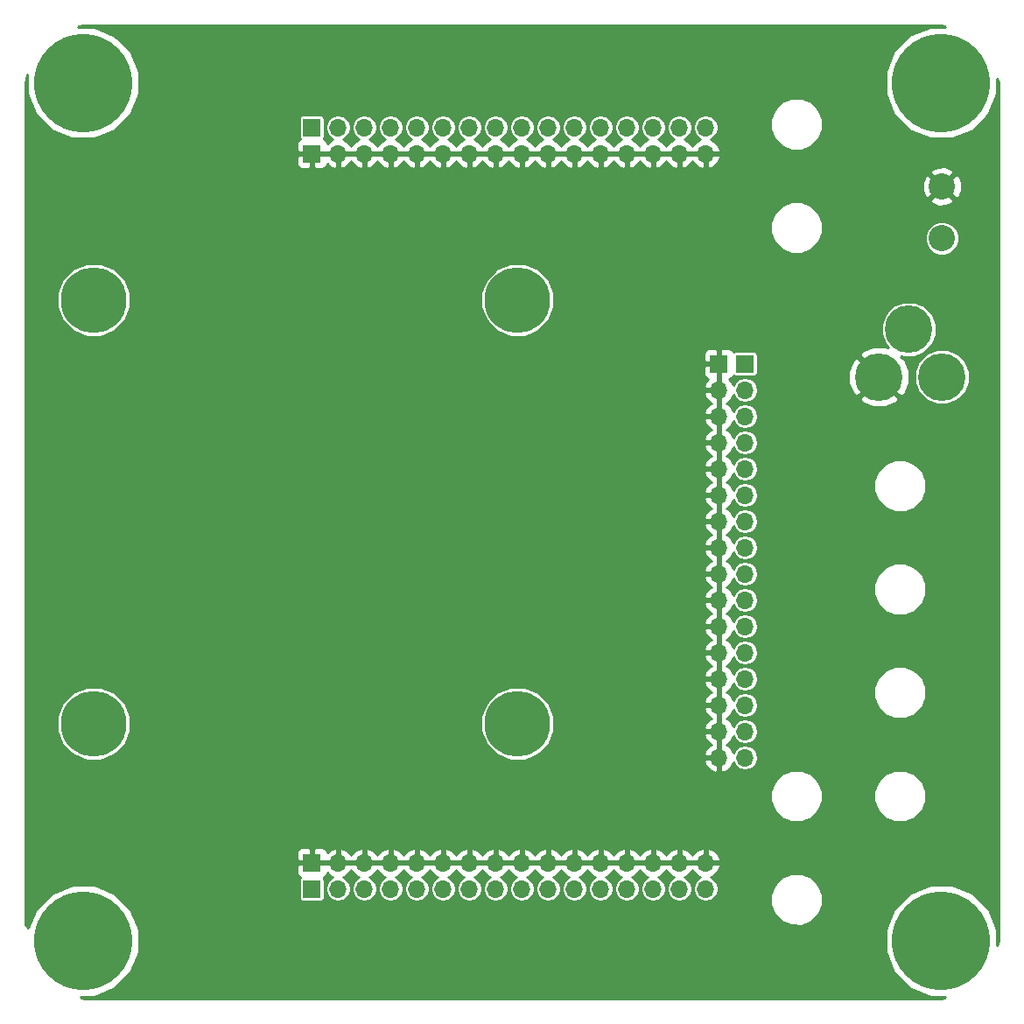
<source format=gbr>
G04 #@! TF.FileFunction,Copper,L1,Top,Signal*
%FSLAX46Y46*%
G04 Gerber Fmt 4.6, Leading zero omitted, Abs format (unit mm)*
G04 Created by KiCad (PCBNEW (after 2015-mar-04 BZR unknown)-product) date 1/31/2017 1:00:59 PM*
%MOMM*%
G01*
G04 APERTURE LIST*
%ADD10C,0.150000*%
%ADD11C,9.525000*%
%ADD12C,6.350000*%
%ADD13R,1.700000X1.700000*%
%ADD14O,1.700000X1.700000*%
%ADD15C,4.600000*%
%ADD16C,2.540000*%
%ADD17C,0.254000*%
G04 APERTURE END LIST*
D10*
D11*
X16000000Y-16000000D03*
X99000000Y-16000000D03*
X16000000Y-99000000D03*
X99000000Y-99000000D03*
D12*
X17000000Y-37000000D03*
X58000000Y-37000000D03*
X17000000Y-78000000D03*
X58000000Y-78000000D03*
D13*
X38100000Y-22860000D03*
D14*
X40640000Y-22860000D03*
X43180000Y-22860000D03*
X45720000Y-22860000D03*
X48260000Y-22860000D03*
X50800000Y-22860000D03*
X53340000Y-22860000D03*
X55880000Y-22860000D03*
X58420000Y-22860000D03*
X60960000Y-22860000D03*
X63500000Y-22860000D03*
X66040000Y-22860000D03*
X68580000Y-22860000D03*
X71120000Y-22860000D03*
X73660000Y-22860000D03*
X76200000Y-22860000D03*
D13*
X38100000Y-20320000D03*
D14*
X40640000Y-20320000D03*
X43180000Y-20320000D03*
X45720000Y-20320000D03*
X48260000Y-20320000D03*
X50800000Y-20320000D03*
X53340000Y-20320000D03*
X55880000Y-20320000D03*
X58420000Y-20320000D03*
X60960000Y-20320000D03*
X63500000Y-20320000D03*
X66040000Y-20320000D03*
X68580000Y-20320000D03*
X71120000Y-20320000D03*
X73660000Y-20320000D03*
X76200000Y-20320000D03*
D13*
X38100000Y-91440000D03*
D14*
X40640000Y-91440000D03*
X43180000Y-91440000D03*
X45720000Y-91440000D03*
X48260000Y-91440000D03*
X50800000Y-91440000D03*
X53340000Y-91440000D03*
X55880000Y-91440000D03*
X58420000Y-91440000D03*
X60960000Y-91440000D03*
X63500000Y-91440000D03*
X66040000Y-91440000D03*
X68580000Y-91440000D03*
X71120000Y-91440000D03*
X73660000Y-91440000D03*
X76200000Y-91440000D03*
D13*
X38100000Y-93980000D03*
D14*
X40640000Y-93980000D03*
X43180000Y-93980000D03*
X45720000Y-93980000D03*
X48260000Y-93980000D03*
X50800000Y-93980000D03*
X53340000Y-93980000D03*
X55880000Y-93980000D03*
X58420000Y-93980000D03*
X60960000Y-93980000D03*
X63500000Y-93980000D03*
X66040000Y-93980000D03*
X68580000Y-93980000D03*
X71120000Y-93980000D03*
X73660000Y-93980000D03*
X76200000Y-93980000D03*
D13*
X77470000Y-43180000D03*
D14*
X77470000Y-45720000D03*
X77470000Y-48260000D03*
X77470000Y-50800000D03*
X77470000Y-53340000D03*
X77470000Y-55880000D03*
X77470000Y-58420000D03*
X77470000Y-60960000D03*
X77470000Y-63500000D03*
X77470000Y-66040000D03*
X77470000Y-68580000D03*
X77470000Y-71120000D03*
X77470000Y-73660000D03*
X77470000Y-76200000D03*
X77470000Y-78740000D03*
X77470000Y-81280000D03*
D13*
X80010000Y-43180000D03*
D14*
X80010000Y-45720000D03*
X80010000Y-48260000D03*
X80010000Y-50800000D03*
X80010000Y-53340000D03*
X80010000Y-55880000D03*
X80010000Y-58420000D03*
X80010000Y-60960000D03*
X80010000Y-63500000D03*
X80010000Y-66040000D03*
X80010000Y-68580000D03*
X80010000Y-71120000D03*
X80010000Y-73660000D03*
X80010000Y-76200000D03*
X80010000Y-78740000D03*
X80010000Y-81280000D03*
D15*
X99060000Y-44450000D03*
X92960000Y-44450000D03*
X95860000Y-39850000D03*
D16*
X99060000Y-26035000D03*
X99060000Y-31035000D03*
D17*
G36*
X104569000Y-98957547D02*
X104496036Y-99324358D01*
X104397132Y-99423262D01*
X104398435Y-97931081D01*
X103578446Y-95946556D01*
X102061430Y-94426891D01*
X101741464Y-94294029D01*
X101741464Y-43919056D01*
X101334167Y-42933319D01*
X100974261Y-42572784D01*
X100974261Y-26363964D01*
X100954436Y-25606368D01*
X100702657Y-24998520D01*
X100407777Y-24866828D01*
X100228172Y-25046433D01*
X100228172Y-24687223D01*
X100096480Y-24392343D01*
X99388964Y-24120739D01*
X98631368Y-24140564D01*
X98023520Y-24392343D01*
X97891828Y-24687223D01*
X99060000Y-25855395D01*
X100228172Y-24687223D01*
X100228172Y-25046433D01*
X99239605Y-26035000D01*
X100407777Y-27203172D01*
X100702657Y-27071480D01*
X100974261Y-26363964D01*
X100974261Y-42572784D01*
X100711286Y-42309350D01*
X100711286Y-30708037D01*
X100460466Y-30101005D01*
X100228172Y-29868305D01*
X100228172Y-27382777D01*
X99060000Y-26214605D01*
X98880395Y-26394210D01*
X98880395Y-26035000D01*
X97712223Y-24866828D01*
X97417343Y-24998520D01*
X97145739Y-25706036D01*
X97165564Y-26463632D01*
X97417343Y-27071480D01*
X97712223Y-27203172D01*
X98880395Y-26035000D01*
X98880395Y-26394210D01*
X97891828Y-27382777D01*
X98023520Y-27677657D01*
X98731036Y-27949261D01*
X99488632Y-27929436D01*
X100096480Y-27677657D01*
X100228172Y-27382777D01*
X100228172Y-29868305D01*
X99996437Y-29636166D01*
X99389845Y-29384287D01*
X98733037Y-29383714D01*
X98126005Y-29634534D01*
X97661166Y-30098563D01*
X97409287Y-30705155D01*
X97408714Y-31361963D01*
X97659534Y-31968995D01*
X98123563Y-32433834D01*
X98730155Y-32685713D01*
X99386963Y-32686286D01*
X99993995Y-32435466D01*
X100458834Y-31971437D01*
X100710713Y-31364845D01*
X100711286Y-30708037D01*
X100711286Y-42309350D01*
X100580647Y-42178484D01*
X99595623Y-41769466D01*
X98541464Y-41768546D01*
X98541464Y-39319056D01*
X98134167Y-38333319D01*
X97380647Y-37578484D01*
X96395623Y-37169466D01*
X95329056Y-37168536D01*
X94343319Y-37575833D01*
X93588484Y-38329353D01*
X93179466Y-39314377D01*
X93178536Y-40380944D01*
X93585833Y-41366681D01*
X93869234Y-41650576D01*
X93534464Y-41513157D01*
X92366855Y-41516873D01*
X91305383Y-41956549D01*
X91048052Y-42358447D01*
X92960000Y-44270395D01*
X92974142Y-44256252D01*
X93153747Y-44435857D01*
X93139605Y-44450000D01*
X95051553Y-46361948D01*
X95453451Y-46104617D01*
X95896843Y-45024464D01*
X95893127Y-43856855D01*
X95453451Y-42795383D01*
X95051554Y-42538053D01*
X95136915Y-42452692D01*
X95324377Y-42530534D01*
X96390944Y-42531464D01*
X97376681Y-42124167D01*
X98131516Y-41370647D01*
X98540534Y-40385623D01*
X98541464Y-39319056D01*
X98541464Y-41768546D01*
X98529056Y-41768536D01*
X97543319Y-42175833D01*
X96788484Y-42929353D01*
X96379466Y-43914377D01*
X96378536Y-44980944D01*
X96785833Y-45966681D01*
X97539353Y-46721516D01*
X98524377Y-47130534D01*
X99590944Y-47131464D01*
X100576681Y-46724167D01*
X101331516Y-45970647D01*
X101740534Y-44985623D01*
X101741464Y-43919056D01*
X101741464Y-94294029D01*
X100078339Y-93603439D01*
X97931081Y-93601565D01*
X97531438Y-93766694D01*
X97531438Y-84498762D01*
X97531438Y-74498762D01*
X97531438Y-64498762D01*
X97531438Y-54498762D01*
X97146928Y-53568177D01*
X96435568Y-52855574D01*
X95896843Y-52631875D01*
X95505656Y-52469441D01*
X94871948Y-52468887D01*
X94871948Y-46541553D01*
X92960000Y-44629605D01*
X92780395Y-44809210D01*
X92780395Y-44450000D01*
X90868447Y-42538052D01*
X90466549Y-42795383D01*
X90023157Y-43875536D01*
X90026873Y-45043145D01*
X90466549Y-46104617D01*
X90868447Y-46361948D01*
X92780395Y-44450000D01*
X92780395Y-44809210D01*
X91048052Y-46541553D01*
X91305383Y-46943451D01*
X92385536Y-47386843D01*
X93553145Y-47383127D01*
X94614617Y-46943451D01*
X94871948Y-46541553D01*
X94871948Y-52468887D01*
X94498762Y-52468562D01*
X93568177Y-52853072D01*
X92855574Y-53564432D01*
X92469441Y-54494344D01*
X92468562Y-55501238D01*
X92853072Y-56431823D01*
X93564432Y-57144426D01*
X94494344Y-57530559D01*
X95501238Y-57531438D01*
X96431823Y-57146928D01*
X97144426Y-56435568D01*
X97530559Y-55505656D01*
X97531438Y-54498762D01*
X97531438Y-64498762D01*
X97146928Y-63568177D01*
X96435568Y-62855574D01*
X95505656Y-62469441D01*
X94498762Y-62468562D01*
X93568177Y-62853072D01*
X92855574Y-63564432D01*
X92469441Y-64494344D01*
X92468562Y-65501238D01*
X92853072Y-66431823D01*
X93564432Y-67144426D01*
X94494344Y-67530559D01*
X95501238Y-67531438D01*
X96431823Y-67146928D01*
X97144426Y-66435568D01*
X97530559Y-65505656D01*
X97531438Y-64498762D01*
X97531438Y-74498762D01*
X97146928Y-73568177D01*
X96435568Y-72855574D01*
X95505656Y-72469441D01*
X94498762Y-72468562D01*
X93568177Y-72853072D01*
X92855574Y-73564432D01*
X92469441Y-74494344D01*
X92468562Y-75501238D01*
X92853072Y-76431823D01*
X93564432Y-77144426D01*
X94494344Y-77530559D01*
X95501238Y-77531438D01*
X96431823Y-77146928D01*
X97144426Y-76435568D01*
X97530559Y-75505656D01*
X97531438Y-74498762D01*
X97531438Y-84498762D01*
X97146928Y-83568177D01*
X96435568Y-82855574D01*
X95505656Y-82469441D01*
X94498762Y-82468562D01*
X93568177Y-82853072D01*
X92855574Y-83564432D01*
X92469441Y-84494344D01*
X92468562Y-85501238D01*
X92853072Y-86431823D01*
X93564432Y-87144426D01*
X94494344Y-87530559D01*
X95501238Y-87531438D01*
X96431823Y-87146928D01*
X97144426Y-86435568D01*
X97530559Y-85505656D01*
X97531438Y-84498762D01*
X97531438Y-93766694D01*
X95946556Y-94421554D01*
X94426891Y-95938570D01*
X93603439Y-97921661D01*
X93601565Y-100068919D01*
X94421554Y-102053444D01*
X95938570Y-103573109D01*
X97921661Y-104396561D01*
X99422524Y-104397870D01*
X99324356Y-104496038D01*
X98957552Y-104569000D01*
X87531438Y-104569000D01*
X87531438Y-94498762D01*
X87531438Y-84498762D01*
X87531438Y-29498762D01*
X87531438Y-19498762D01*
X87146928Y-18568177D01*
X86435568Y-17855574D01*
X85505656Y-17469441D01*
X84498762Y-17468562D01*
X83568177Y-17853072D01*
X82855574Y-18564432D01*
X82469441Y-19494344D01*
X82468562Y-20501238D01*
X82853072Y-21431823D01*
X83564432Y-22144426D01*
X84494344Y-22530559D01*
X85501238Y-22531438D01*
X86431823Y-22146928D01*
X87144426Y-21435568D01*
X87530559Y-20505656D01*
X87531438Y-19498762D01*
X87531438Y-29498762D01*
X87146928Y-28568177D01*
X86435568Y-27855574D01*
X85505656Y-27469441D01*
X84498762Y-27468562D01*
X83568177Y-27853072D01*
X82855574Y-28564432D01*
X82469441Y-29494344D01*
X82468562Y-30501238D01*
X82853072Y-31431823D01*
X83564432Y-32144426D01*
X84494344Y-32530559D01*
X85501238Y-32531438D01*
X86431823Y-32146928D01*
X87144426Y-31435568D01*
X87530559Y-30505656D01*
X87531438Y-29498762D01*
X87531438Y-84498762D01*
X87146928Y-83568177D01*
X86435568Y-82855574D01*
X85505656Y-82469441D01*
X84498762Y-82468562D01*
X83568177Y-82853072D01*
X82855574Y-83564432D01*
X82469441Y-84494344D01*
X82468562Y-85501238D01*
X82853072Y-86431823D01*
X83564432Y-87144426D01*
X84494344Y-87530559D01*
X85501238Y-87531438D01*
X86431823Y-87146928D01*
X87144426Y-86435568D01*
X87530559Y-85505656D01*
X87531438Y-84498762D01*
X87531438Y-94498762D01*
X87146928Y-93568177D01*
X86435568Y-92855574D01*
X85505656Y-92469441D01*
X84498762Y-92468562D01*
X83568177Y-92853072D01*
X82855574Y-93564432D01*
X82469441Y-94494344D01*
X82468562Y-95501238D01*
X82853072Y-96431823D01*
X83564432Y-97144426D01*
X84494344Y-97530559D01*
X85501238Y-97531438D01*
X86431823Y-97146928D01*
X87144426Y-96435568D01*
X87530559Y-95505656D01*
X87531438Y-94498762D01*
X87531438Y-104569000D01*
X81265117Y-104569000D01*
X81265117Y-81280000D01*
X81171413Y-80808917D01*
X80904565Y-80409552D01*
X80505200Y-80142704D01*
X80034117Y-80049000D01*
X79985883Y-80049000D01*
X79514800Y-80142704D01*
X79115435Y-80409552D01*
X78858212Y-80794511D01*
X78741645Y-80513076D01*
X78351358Y-80084817D01*
X78192046Y-80010000D01*
X78351358Y-79935183D01*
X78741645Y-79506924D01*
X78858212Y-79225488D01*
X79115435Y-79610448D01*
X79514800Y-79877296D01*
X79985883Y-79971000D01*
X80034117Y-79971000D01*
X80505200Y-79877296D01*
X80904565Y-79610448D01*
X81171413Y-79211083D01*
X81265117Y-78740000D01*
X81171413Y-78268917D01*
X80904565Y-77869552D01*
X80505200Y-77602704D01*
X80034117Y-77509000D01*
X79985883Y-77509000D01*
X79514800Y-77602704D01*
X79115435Y-77869552D01*
X78858212Y-78254511D01*
X78741645Y-77973076D01*
X78351358Y-77544817D01*
X78192046Y-77470000D01*
X78351358Y-77395183D01*
X78741645Y-76966924D01*
X78858212Y-76685488D01*
X79115435Y-77070448D01*
X79514800Y-77337296D01*
X79985883Y-77431000D01*
X80034117Y-77431000D01*
X80505200Y-77337296D01*
X80904565Y-77070448D01*
X81171413Y-76671083D01*
X81265117Y-76200000D01*
X81171413Y-75728917D01*
X80904565Y-75329552D01*
X80505200Y-75062704D01*
X80034117Y-74969000D01*
X79985883Y-74969000D01*
X79514800Y-75062704D01*
X79115435Y-75329552D01*
X78858212Y-75714511D01*
X78741645Y-75433076D01*
X78351358Y-75004817D01*
X78192046Y-74930000D01*
X78351358Y-74855183D01*
X78741645Y-74426924D01*
X78858212Y-74145488D01*
X79115435Y-74530448D01*
X79514800Y-74797296D01*
X79985883Y-74891000D01*
X80034117Y-74891000D01*
X80505200Y-74797296D01*
X80904565Y-74530448D01*
X81171413Y-74131083D01*
X81265117Y-73660000D01*
X81171413Y-73188917D01*
X80904565Y-72789552D01*
X80505200Y-72522704D01*
X80034117Y-72429000D01*
X79985883Y-72429000D01*
X79514800Y-72522704D01*
X79115435Y-72789552D01*
X78858212Y-73174511D01*
X78741645Y-72893076D01*
X78351358Y-72464817D01*
X78192046Y-72390000D01*
X78351358Y-72315183D01*
X78741645Y-71886924D01*
X78858212Y-71605488D01*
X79115435Y-71990448D01*
X79514800Y-72257296D01*
X79985883Y-72351000D01*
X80034117Y-72351000D01*
X80505200Y-72257296D01*
X80904565Y-71990448D01*
X81171413Y-71591083D01*
X81265117Y-71120000D01*
X81171413Y-70648917D01*
X80904565Y-70249552D01*
X80505200Y-69982704D01*
X80034117Y-69889000D01*
X79985883Y-69889000D01*
X79514800Y-69982704D01*
X79115435Y-70249552D01*
X78858212Y-70634511D01*
X78741645Y-70353076D01*
X78351358Y-69924817D01*
X78192046Y-69850000D01*
X78351358Y-69775183D01*
X78741645Y-69346924D01*
X78858212Y-69065488D01*
X79115435Y-69450448D01*
X79514800Y-69717296D01*
X79985883Y-69811000D01*
X80034117Y-69811000D01*
X80505200Y-69717296D01*
X80904565Y-69450448D01*
X81171413Y-69051083D01*
X81265117Y-68580000D01*
X81171413Y-68108917D01*
X80904565Y-67709552D01*
X80505200Y-67442704D01*
X80034117Y-67349000D01*
X79985883Y-67349000D01*
X79514800Y-67442704D01*
X79115435Y-67709552D01*
X78858212Y-68094511D01*
X78741645Y-67813076D01*
X78351358Y-67384817D01*
X78192046Y-67310000D01*
X78351358Y-67235183D01*
X78741645Y-66806924D01*
X78858212Y-66525488D01*
X79115435Y-66910448D01*
X79514800Y-67177296D01*
X79985883Y-67271000D01*
X80034117Y-67271000D01*
X80505200Y-67177296D01*
X80904565Y-66910448D01*
X81171413Y-66511083D01*
X81265117Y-66040000D01*
X81171413Y-65568917D01*
X80904565Y-65169552D01*
X80505200Y-64902704D01*
X80034117Y-64809000D01*
X79985883Y-64809000D01*
X79514800Y-64902704D01*
X79115435Y-65169552D01*
X78858212Y-65554511D01*
X78741645Y-65273076D01*
X78351358Y-64844817D01*
X78192046Y-64770000D01*
X78351358Y-64695183D01*
X78741645Y-64266924D01*
X78858212Y-63985488D01*
X79115435Y-64370448D01*
X79514800Y-64637296D01*
X79985883Y-64731000D01*
X80034117Y-64731000D01*
X80505200Y-64637296D01*
X80904565Y-64370448D01*
X81171413Y-63971083D01*
X81265117Y-63500000D01*
X81171413Y-63028917D01*
X80904565Y-62629552D01*
X80505200Y-62362704D01*
X80034117Y-62269000D01*
X79985883Y-62269000D01*
X79514800Y-62362704D01*
X79115435Y-62629552D01*
X78858212Y-63014511D01*
X78741645Y-62733076D01*
X78351358Y-62304817D01*
X78192046Y-62230000D01*
X78351358Y-62155183D01*
X78741645Y-61726924D01*
X78858212Y-61445488D01*
X79115435Y-61830448D01*
X79514800Y-62097296D01*
X79985883Y-62191000D01*
X80034117Y-62191000D01*
X80505200Y-62097296D01*
X80904565Y-61830448D01*
X81171413Y-61431083D01*
X81265117Y-60960000D01*
X81171413Y-60488917D01*
X80904565Y-60089552D01*
X80505200Y-59822704D01*
X80034117Y-59729000D01*
X79985883Y-59729000D01*
X79514800Y-59822704D01*
X79115435Y-60089552D01*
X78858212Y-60474511D01*
X78741645Y-60193076D01*
X78351358Y-59764817D01*
X78192046Y-59690000D01*
X78351358Y-59615183D01*
X78741645Y-59186924D01*
X78858212Y-58905488D01*
X79115435Y-59290448D01*
X79514800Y-59557296D01*
X79985883Y-59651000D01*
X80034117Y-59651000D01*
X80505200Y-59557296D01*
X80904565Y-59290448D01*
X81171413Y-58891083D01*
X81265117Y-58420000D01*
X81171413Y-57948917D01*
X80904565Y-57549552D01*
X80505200Y-57282704D01*
X80034117Y-57189000D01*
X79985883Y-57189000D01*
X79514800Y-57282704D01*
X79115435Y-57549552D01*
X78858212Y-57934511D01*
X78741645Y-57653076D01*
X78351358Y-57224817D01*
X78192046Y-57150000D01*
X78351358Y-57075183D01*
X78741645Y-56646924D01*
X78858212Y-56365488D01*
X79115435Y-56750448D01*
X79514800Y-57017296D01*
X79985883Y-57111000D01*
X80034117Y-57111000D01*
X80505200Y-57017296D01*
X80904565Y-56750448D01*
X81171413Y-56351083D01*
X81265117Y-55880000D01*
X81171413Y-55408917D01*
X80904565Y-55009552D01*
X80505200Y-54742704D01*
X80034117Y-54649000D01*
X79985883Y-54649000D01*
X79514800Y-54742704D01*
X79115435Y-55009552D01*
X78858212Y-55394511D01*
X78741645Y-55113076D01*
X78351358Y-54684817D01*
X78192046Y-54610000D01*
X78351358Y-54535183D01*
X78741645Y-54106924D01*
X78858212Y-53825488D01*
X79115435Y-54210448D01*
X79514800Y-54477296D01*
X79985883Y-54571000D01*
X80034117Y-54571000D01*
X80505200Y-54477296D01*
X80904565Y-54210448D01*
X81171413Y-53811083D01*
X81265117Y-53340000D01*
X81171413Y-52868917D01*
X80904565Y-52469552D01*
X80505200Y-52202704D01*
X80034117Y-52109000D01*
X79985883Y-52109000D01*
X79514800Y-52202704D01*
X79115435Y-52469552D01*
X78858212Y-52854511D01*
X78741645Y-52573076D01*
X78351358Y-52144817D01*
X78192046Y-52070000D01*
X78351358Y-51995183D01*
X78741645Y-51566924D01*
X78858212Y-51285488D01*
X79115435Y-51670448D01*
X79514800Y-51937296D01*
X79985883Y-52031000D01*
X80034117Y-52031000D01*
X80505200Y-51937296D01*
X80904565Y-51670448D01*
X81171413Y-51271083D01*
X81265117Y-50800000D01*
X81171413Y-50328917D01*
X80904565Y-49929552D01*
X80505200Y-49662704D01*
X80034117Y-49569000D01*
X79985883Y-49569000D01*
X79514800Y-49662704D01*
X79115435Y-49929552D01*
X78858212Y-50314511D01*
X78741645Y-50033076D01*
X78351358Y-49604817D01*
X78192046Y-49530000D01*
X78351358Y-49455183D01*
X78741645Y-49026924D01*
X78858212Y-48745488D01*
X79115435Y-49130448D01*
X79514800Y-49397296D01*
X79985883Y-49491000D01*
X80034117Y-49491000D01*
X80505200Y-49397296D01*
X80904565Y-49130448D01*
X81171413Y-48731083D01*
X81265117Y-48260000D01*
X81171413Y-47788917D01*
X80904565Y-47389552D01*
X80505200Y-47122704D01*
X80034117Y-47029000D01*
X79985883Y-47029000D01*
X79514800Y-47122704D01*
X79115435Y-47389552D01*
X78858212Y-47774511D01*
X78741645Y-47493076D01*
X78351358Y-47064817D01*
X78192046Y-46990000D01*
X78351358Y-46915183D01*
X78741645Y-46486924D01*
X78858212Y-46205488D01*
X79115435Y-46590448D01*
X79514800Y-46857296D01*
X79985883Y-46951000D01*
X80034117Y-46951000D01*
X80505200Y-46857296D01*
X80904565Y-46590448D01*
X81171413Y-46191083D01*
X81265117Y-45720000D01*
X81171413Y-45248917D01*
X80904565Y-44849552D01*
X80505200Y-44582704D01*
X80034117Y-44489000D01*
X79985883Y-44489000D01*
X79514800Y-44582704D01*
X79115435Y-44849552D01*
X78858212Y-45234511D01*
X78741645Y-44953076D01*
X78470122Y-44655136D01*
X78679698Y-44568327D01*
X78858327Y-44389699D01*
X78891927Y-44308579D01*
X79010216Y-44388426D01*
X79160000Y-44418464D01*
X80860000Y-44418464D01*
X81005274Y-44390278D01*
X81132956Y-44306404D01*
X81218426Y-44179784D01*
X81248464Y-44030000D01*
X81248464Y-42330000D01*
X81220278Y-42184726D01*
X81136404Y-42057044D01*
X81009784Y-41971574D01*
X80860000Y-41941536D01*
X79160000Y-41941536D01*
X79014726Y-41969722D01*
X78891591Y-42050608D01*
X78858327Y-41970301D01*
X78679698Y-41791673D01*
X78446309Y-41695000D01*
X77755750Y-41695000D01*
X77641486Y-41809264D01*
X77641486Y-23216892D01*
X77641486Y-22503108D01*
X77395183Y-21978642D01*
X76966924Y-21588355D01*
X76685488Y-21471787D01*
X77070448Y-21214565D01*
X77337296Y-20815200D01*
X77431000Y-20344117D01*
X77431000Y-20295883D01*
X77337296Y-19824800D01*
X77070448Y-19425435D01*
X76671083Y-19158587D01*
X76200000Y-19064883D01*
X75728917Y-19158587D01*
X75329552Y-19425435D01*
X75062704Y-19824800D01*
X74969000Y-20295883D01*
X74969000Y-20344117D01*
X75062704Y-20815200D01*
X75329552Y-21214565D01*
X75714511Y-21471787D01*
X75433076Y-21588355D01*
X75004817Y-21978642D01*
X74930000Y-22137953D01*
X74855183Y-21978642D01*
X74426924Y-21588355D01*
X74145488Y-21471787D01*
X74530448Y-21214565D01*
X74797296Y-20815200D01*
X74891000Y-20344117D01*
X74891000Y-20295883D01*
X74797296Y-19824800D01*
X74530448Y-19425435D01*
X74131083Y-19158587D01*
X73660000Y-19064883D01*
X73188917Y-19158587D01*
X72789552Y-19425435D01*
X72522704Y-19824800D01*
X72429000Y-20295883D01*
X72429000Y-20344117D01*
X72522704Y-20815200D01*
X72789552Y-21214565D01*
X73174511Y-21471787D01*
X72893076Y-21588355D01*
X72464817Y-21978642D01*
X72390000Y-22137953D01*
X72315183Y-21978642D01*
X71886924Y-21588355D01*
X71605488Y-21471787D01*
X71990448Y-21214565D01*
X72257296Y-20815200D01*
X72351000Y-20344117D01*
X72351000Y-20295883D01*
X72257296Y-19824800D01*
X71990448Y-19425435D01*
X71591083Y-19158587D01*
X71120000Y-19064883D01*
X70648917Y-19158587D01*
X70249552Y-19425435D01*
X69982704Y-19824800D01*
X69889000Y-20295883D01*
X69889000Y-20344117D01*
X69982704Y-20815200D01*
X70249552Y-21214565D01*
X70634511Y-21471787D01*
X70353076Y-21588355D01*
X69924817Y-21978642D01*
X69850000Y-22137953D01*
X69775183Y-21978642D01*
X69346924Y-21588355D01*
X69065488Y-21471787D01*
X69450448Y-21214565D01*
X69717296Y-20815200D01*
X69811000Y-20344117D01*
X69811000Y-20295883D01*
X69717296Y-19824800D01*
X69450448Y-19425435D01*
X69051083Y-19158587D01*
X68580000Y-19064883D01*
X68108917Y-19158587D01*
X67709552Y-19425435D01*
X67442704Y-19824800D01*
X67349000Y-20295883D01*
X67349000Y-20344117D01*
X67442704Y-20815200D01*
X67709552Y-21214565D01*
X68094511Y-21471787D01*
X67813076Y-21588355D01*
X67384817Y-21978642D01*
X67310000Y-22137953D01*
X67235183Y-21978642D01*
X66806924Y-21588355D01*
X66525488Y-21471787D01*
X66910448Y-21214565D01*
X67177296Y-20815200D01*
X67271000Y-20344117D01*
X67271000Y-20295883D01*
X67177296Y-19824800D01*
X66910448Y-19425435D01*
X66511083Y-19158587D01*
X66040000Y-19064883D01*
X65568917Y-19158587D01*
X65169552Y-19425435D01*
X64902704Y-19824800D01*
X64809000Y-20295883D01*
X64809000Y-20344117D01*
X64902704Y-20815200D01*
X65169552Y-21214565D01*
X65554511Y-21471787D01*
X65273076Y-21588355D01*
X64844817Y-21978642D01*
X64770000Y-22137953D01*
X64695183Y-21978642D01*
X64266924Y-21588355D01*
X63985488Y-21471787D01*
X64370448Y-21214565D01*
X64637296Y-20815200D01*
X64731000Y-20344117D01*
X64731000Y-20295883D01*
X64637296Y-19824800D01*
X64370448Y-19425435D01*
X63971083Y-19158587D01*
X63500000Y-19064883D01*
X63028917Y-19158587D01*
X62629552Y-19425435D01*
X62362704Y-19824800D01*
X62269000Y-20295883D01*
X62269000Y-20344117D01*
X62362704Y-20815200D01*
X62629552Y-21214565D01*
X63014511Y-21471787D01*
X62733076Y-21588355D01*
X62304817Y-21978642D01*
X62230000Y-22137953D01*
X62155183Y-21978642D01*
X61726924Y-21588355D01*
X61445488Y-21471787D01*
X61830448Y-21214565D01*
X62097296Y-20815200D01*
X62191000Y-20344117D01*
X62191000Y-20295883D01*
X62097296Y-19824800D01*
X61830448Y-19425435D01*
X61431083Y-19158587D01*
X60960000Y-19064883D01*
X60488917Y-19158587D01*
X60089552Y-19425435D01*
X59822704Y-19824800D01*
X59729000Y-20295883D01*
X59729000Y-20344117D01*
X59822704Y-20815200D01*
X60089552Y-21214565D01*
X60474511Y-21471787D01*
X60193076Y-21588355D01*
X59764817Y-21978642D01*
X59690000Y-22137953D01*
X59615183Y-21978642D01*
X59186924Y-21588355D01*
X58905488Y-21471787D01*
X59290448Y-21214565D01*
X59557296Y-20815200D01*
X59651000Y-20344117D01*
X59651000Y-20295883D01*
X59557296Y-19824800D01*
X59290448Y-19425435D01*
X58891083Y-19158587D01*
X58420000Y-19064883D01*
X57948917Y-19158587D01*
X57549552Y-19425435D01*
X57282704Y-19824800D01*
X57189000Y-20295883D01*
X57189000Y-20344117D01*
X57282704Y-20815200D01*
X57549552Y-21214565D01*
X57934511Y-21471787D01*
X57653076Y-21588355D01*
X57224817Y-21978642D01*
X57150000Y-22137953D01*
X57075183Y-21978642D01*
X56646924Y-21588355D01*
X56365488Y-21471787D01*
X56750448Y-21214565D01*
X57017296Y-20815200D01*
X57111000Y-20344117D01*
X57111000Y-20295883D01*
X57017296Y-19824800D01*
X56750448Y-19425435D01*
X56351083Y-19158587D01*
X55880000Y-19064883D01*
X55408917Y-19158587D01*
X55009552Y-19425435D01*
X54742704Y-19824800D01*
X54649000Y-20295883D01*
X54649000Y-20344117D01*
X54742704Y-20815200D01*
X55009552Y-21214565D01*
X55394511Y-21471787D01*
X55113076Y-21588355D01*
X54684817Y-21978642D01*
X54610000Y-22137953D01*
X54535183Y-21978642D01*
X54106924Y-21588355D01*
X53825488Y-21471787D01*
X54210448Y-21214565D01*
X54477296Y-20815200D01*
X54571000Y-20344117D01*
X54571000Y-20295883D01*
X54477296Y-19824800D01*
X54210448Y-19425435D01*
X53811083Y-19158587D01*
X53340000Y-19064883D01*
X52868917Y-19158587D01*
X52469552Y-19425435D01*
X52202704Y-19824800D01*
X52109000Y-20295883D01*
X52109000Y-20344117D01*
X52202704Y-20815200D01*
X52469552Y-21214565D01*
X52854511Y-21471787D01*
X52573076Y-21588355D01*
X52144817Y-21978642D01*
X52070000Y-22137953D01*
X51995183Y-21978642D01*
X51566924Y-21588355D01*
X51285488Y-21471787D01*
X51670448Y-21214565D01*
X51937296Y-20815200D01*
X52031000Y-20344117D01*
X52031000Y-20295883D01*
X51937296Y-19824800D01*
X51670448Y-19425435D01*
X51271083Y-19158587D01*
X50800000Y-19064883D01*
X50328917Y-19158587D01*
X49929552Y-19425435D01*
X49662704Y-19824800D01*
X49569000Y-20295883D01*
X49569000Y-20344117D01*
X49662704Y-20815200D01*
X49929552Y-21214565D01*
X50314511Y-21471787D01*
X50033076Y-21588355D01*
X49604817Y-21978642D01*
X49530000Y-22137953D01*
X49455183Y-21978642D01*
X49026924Y-21588355D01*
X48745488Y-21471787D01*
X49130448Y-21214565D01*
X49397296Y-20815200D01*
X49491000Y-20344117D01*
X49491000Y-20295883D01*
X49397296Y-19824800D01*
X49130448Y-19425435D01*
X48731083Y-19158587D01*
X48260000Y-19064883D01*
X47788917Y-19158587D01*
X47389552Y-19425435D01*
X47122704Y-19824800D01*
X47029000Y-20295883D01*
X47029000Y-20344117D01*
X47122704Y-20815200D01*
X47389552Y-21214565D01*
X47774511Y-21471787D01*
X47493076Y-21588355D01*
X47064817Y-21978642D01*
X46990000Y-22137953D01*
X46915183Y-21978642D01*
X46486924Y-21588355D01*
X46205488Y-21471787D01*
X46590448Y-21214565D01*
X46857296Y-20815200D01*
X46951000Y-20344117D01*
X46951000Y-20295883D01*
X46857296Y-19824800D01*
X46590448Y-19425435D01*
X46191083Y-19158587D01*
X45720000Y-19064883D01*
X45248917Y-19158587D01*
X44849552Y-19425435D01*
X44582704Y-19824800D01*
X44489000Y-20295883D01*
X44489000Y-20344117D01*
X44582704Y-20815200D01*
X44849552Y-21214565D01*
X45234511Y-21471787D01*
X44953076Y-21588355D01*
X44524817Y-21978642D01*
X44450000Y-22137953D01*
X44375183Y-21978642D01*
X43946924Y-21588355D01*
X43665488Y-21471787D01*
X44050448Y-21214565D01*
X44317296Y-20815200D01*
X44411000Y-20344117D01*
X44411000Y-20295883D01*
X44317296Y-19824800D01*
X44050448Y-19425435D01*
X43651083Y-19158587D01*
X43180000Y-19064883D01*
X42708917Y-19158587D01*
X42309552Y-19425435D01*
X42042704Y-19824800D01*
X41949000Y-20295883D01*
X41949000Y-20344117D01*
X42042704Y-20815200D01*
X42309552Y-21214565D01*
X42694511Y-21471787D01*
X42413076Y-21588355D01*
X41984817Y-21978642D01*
X41910000Y-22137953D01*
X41835183Y-21978642D01*
X41406924Y-21588355D01*
X41125488Y-21471787D01*
X41510448Y-21214565D01*
X41777296Y-20815200D01*
X41871000Y-20344117D01*
X41871000Y-20295883D01*
X41777296Y-19824800D01*
X41510448Y-19425435D01*
X41111083Y-19158587D01*
X40640000Y-19064883D01*
X40168917Y-19158587D01*
X39769552Y-19425435D01*
X39502704Y-19824800D01*
X39409000Y-20295883D01*
X39409000Y-20344117D01*
X39502704Y-20815200D01*
X39769552Y-21214565D01*
X40154511Y-21471787D01*
X39873076Y-21588355D01*
X39575136Y-21859877D01*
X39488327Y-21650302D01*
X39309699Y-21471673D01*
X39228579Y-21438072D01*
X39308426Y-21319784D01*
X39338464Y-21170000D01*
X39338464Y-19470000D01*
X39310278Y-19324726D01*
X39226404Y-19197044D01*
X39099784Y-19111574D01*
X38950000Y-19081536D01*
X37250000Y-19081536D01*
X37104726Y-19109722D01*
X36977044Y-19193596D01*
X36891574Y-19320216D01*
X36861536Y-19470000D01*
X36861536Y-21170000D01*
X36889722Y-21315274D01*
X36970608Y-21438408D01*
X36890301Y-21471673D01*
X36711673Y-21650302D01*
X36615000Y-21883691D01*
X36615000Y-22574250D01*
X36773750Y-22733000D01*
X37973000Y-22733000D01*
X37973000Y-22713000D01*
X38227000Y-22713000D01*
X38227000Y-22733000D01*
X39319181Y-22733000D01*
X39426250Y-22733000D01*
X40513000Y-22733000D01*
X40513000Y-22713000D01*
X40767000Y-22713000D01*
X40767000Y-22733000D01*
X41859181Y-22733000D01*
X41960819Y-22733000D01*
X43053000Y-22733000D01*
X43053000Y-22713000D01*
X43307000Y-22713000D01*
X43307000Y-22733000D01*
X44399181Y-22733000D01*
X44500819Y-22733000D01*
X45593000Y-22733000D01*
X45593000Y-22713000D01*
X45847000Y-22713000D01*
X45847000Y-22733000D01*
X46939181Y-22733000D01*
X47040819Y-22733000D01*
X48133000Y-22733000D01*
X48133000Y-22713000D01*
X48387000Y-22713000D01*
X48387000Y-22733000D01*
X49479181Y-22733000D01*
X49580819Y-22733000D01*
X50673000Y-22733000D01*
X50673000Y-22713000D01*
X50927000Y-22713000D01*
X50927000Y-22733000D01*
X52019181Y-22733000D01*
X52120819Y-22733000D01*
X53213000Y-22733000D01*
X53213000Y-22713000D01*
X53467000Y-22713000D01*
X53467000Y-22733000D01*
X54559181Y-22733000D01*
X54660819Y-22733000D01*
X55753000Y-22733000D01*
X55753000Y-22713000D01*
X56007000Y-22713000D01*
X56007000Y-22733000D01*
X57099181Y-22733000D01*
X57200819Y-22733000D01*
X58293000Y-22733000D01*
X58293000Y-22713000D01*
X58547000Y-22713000D01*
X58547000Y-22733000D01*
X59639181Y-22733000D01*
X59740819Y-22733000D01*
X60833000Y-22733000D01*
X60833000Y-22713000D01*
X61087000Y-22713000D01*
X61087000Y-22733000D01*
X62179181Y-22733000D01*
X62280819Y-22733000D01*
X63373000Y-22733000D01*
X63373000Y-22713000D01*
X63627000Y-22713000D01*
X63627000Y-22733000D01*
X64719181Y-22733000D01*
X64820819Y-22733000D01*
X65913000Y-22733000D01*
X65913000Y-22713000D01*
X66167000Y-22713000D01*
X66167000Y-22733000D01*
X67259181Y-22733000D01*
X67360819Y-22733000D01*
X68453000Y-22733000D01*
X68453000Y-22713000D01*
X68707000Y-22713000D01*
X68707000Y-22733000D01*
X69799181Y-22733000D01*
X69900819Y-22733000D01*
X70993000Y-22733000D01*
X70993000Y-22713000D01*
X71247000Y-22713000D01*
X71247000Y-22733000D01*
X72339181Y-22733000D01*
X72440819Y-22733000D01*
X73533000Y-22733000D01*
X73533000Y-22713000D01*
X73787000Y-22713000D01*
X73787000Y-22733000D01*
X74879181Y-22733000D01*
X74980819Y-22733000D01*
X76073000Y-22733000D01*
X76073000Y-22713000D01*
X76327000Y-22713000D01*
X76327000Y-22733000D01*
X77520819Y-22733000D01*
X77641486Y-22503108D01*
X77641486Y-23216892D01*
X77520819Y-22987000D01*
X76327000Y-22987000D01*
X76327000Y-24180155D01*
X76556890Y-24301476D01*
X76966924Y-24131645D01*
X77395183Y-23741358D01*
X77641486Y-23216892D01*
X77641486Y-41809264D01*
X77597000Y-41853750D01*
X77597000Y-43053000D01*
X77617000Y-43053000D01*
X77617000Y-43307000D01*
X77597000Y-43307000D01*
X77597000Y-44399181D01*
X77597000Y-44506250D01*
X77597000Y-45593000D01*
X77617000Y-45593000D01*
X77617000Y-45847000D01*
X77597000Y-45847000D01*
X77597000Y-46939181D01*
X77597000Y-47040819D01*
X77597000Y-48133000D01*
X77617000Y-48133000D01*
X77617000Y-48387000D01*
X77597000Y-48387000D01*
X77597000Y-49479181D01*
X77597000Y-49580819D01*
X77597000Y-50673000D01*
X77617000Y-50673000D01*
X77617000Y-50927000D01*
X77597000Y-50927000D01*
X77597000Y-52019181D01*
X77597000Y-52120819D01*
X77597000Y-53213000D01*
X77617000Y-53213000D01*
X77617000Y-53467000D01*
X77597000Y-53467000D01*
X77597000Y-54559181D01*
X77597000Y-54660819D01*
X77597000Y-55753000D01*
X77617000Y-55753000D01*
X77617000Y-56007000D01*
X77597000Y-56007000D01*
X77597000Y-57099181D01*
X77597000Y-57200819D01*
X77597000Y-58293000D01*
X77617000Y-58293000D01*
X77617000Y-58547000D01*
X77597000Y-58547000D01*
X77597000Y-59639181D01*
X77597000Y-59740819D01*
X77597000Y-60833000D01*
X77617000Y-60833000D01*
X77617000Y-61087000D01*
X77597000Y-61087000D01*
X77597000Y-62179181D01*
X77597000Y-62280819D01*
X77597000Y-63373000D01*
X77617000Y-63373000D01*
X77617000Y-63627000D01*
X77597000Y-63627000D01*
X77597000Y-64719181D01*
X77597000Y-64820819D01*
X77597000Y-65913000D01*
X77617000Y-65913000D01*
X77617000Y-66167000D01*
X77597000Y-66167000D01*
X77597000Y-67259181D01*
X77597000Y-67360819D01*
X77597000Y-68453000D01*
X77617000Y-68453000D01*
X77617000Y-68707000D01*
X77597000Y-68707000D01*
X77597000Y-69799181D01*
X77597000Y-69900819D01*
X77597000Y-70993000D01*
X77617000Y-70993000D01*
X77617000Y-71247000D01*
X77597000Y-71247000D01*
X77597000Y-72339181D01*
X77597000Y-72440819D01*
X77597000Y-73533000D01*
X77617000Y-73533000D01*
X77617000Y-73787000D01*
X77597000Y-73787000D01*
X77597000Y-74879181D01*
X77597000Y-74980819D01*
X77597000Y-76073000D01*
X77617000Y-76073000D01*
X77617000Y-76327000D01*
X77597000Y-76327000D01*
X77597000Y-77419181D01*
X77597000Y-77520819D01*
X77597000Y-78613000D01*
X77617000Y-78613000D01*
X77617000Y-78867000D01*
X77597000Y-78867000D01*
X77597000Y-79959181D01*
X77597000Y-80060819D01*
X77597000Y-81153000D01*
X77617000Y-81153000D01*
X77617000Y-81407000D01*
X77597000Y-81407000D01*
X77597000Y-82600819D01*
X77826892Y-82721486D01*
X78351358Y-82475183D01*
X78741645Y-82046924D01*
X78858212Y-81765488D01*
X79115435Y-82150448D01*
X79514800Y-82417296D01*
X79985883Y-82511000D01*
X80034117Y-82511000D01*
X80505200Y-82417296D01*
X80904565Y-82150448D01*
X81171413Y-81751083D01*
X81265117Y-81280000D01*
X81265117Y-104569000D01*
X77641486Y-104569000D01*
X77641486Y-91796892D01*
X77641486Y-91083108D01*
X77395183Y-90558642D01*
X77343000Y-90511085D01*
X77343000Y-82600819D01*
X77343000Y-81407000D01*
X77343000Y-81153000D01*
X77343000Y-80060819D01*
X77343000Y-79959181D01*
X77343000Y-78867000D01*
X77343000Y-78613000D01*
X77343000Y-77520819D01*
X77343000Y-77419181D01*
X77343000Y-76327000D01*
X77343000Y-76073000D01*
X77343000Y-74980819D01*
X77343000Y-74879181D01*
X77343000Y-73787000D01*
X77343000Y-73533000D01*
X77343000Y-72440819D01*
X77343000Y-72339181D01*
X77343000Y-71247000D01*
X77343000Y-70993000D01*
X77343000Y-69900819D01*
X77343000Y-69799181D01*
X77343000Y-68707000D01*
X77343000Y-68453000D01*
X77343000Y-67360819D01*
X77343000Y-67259181D01*
X77343000Y-66167000D01*
X77343000Y-65913000D01*
X77343000Y-64820819D01*
X77343000Y-64719181D01*
X77343000Y-63627000D01*
X77343000Y-63373000D01*
X77343000Y-62280819D01*
X77343000Y-62179181D01*
X77343000Y-61087000D01*
X77343000Y-60833000D01*
X77343000Y-59740819D01*
X77343000Y-59639181D01*
X77343000Y-58547000D01*
X77343000Y-58293000D01*
X77343000Y-57200819D01*
X77343000Y-57099181D01*
X77343000Y-56007000D01*
X77343000Y-55753000D01*
X77343000Y-54660819D01*
X77343000Y-54559181D01*
X77343000Y-53467000D01*
X77343000Y-53213000D01*
X77343000Y-52120819D01*
X77343000Y-52019181D01*
X77343000Y-50927000D01*
X77343000Y-50673000D01*
X77343000Y-49580819D01*
X77343000Y-49479181D01*
X77343000Y-48387000D01*
X77343000Y-48133000D01*
X77343000Y-47040819D01*
X77343000Y-46939181D01*
X77343000Y-45847000D01*
X77343000Y-45593000D01*
X77343000Y-44506250D01*
X77343000Y-44399181D01*
X77343000Y-43307000D01*
X77343000Y-43053000D01*
X77343000Y-41853750D01*
X77184250Y-41695000D01*
X76493691Y-41695000D01*
X76260302Y-41791673D01*
X76081673Y-41970301D01*
X76073000Y-41991239D01*
X76073000Y-24180155D01*
X76073000Y-22987000D01*
X74980819Y-22987000D01*
X74879181Y-22987000D01*
X73787000Y-22987000D01*
X73787000Y-24180155D01*
X74016890Y-24301476D01*
X74426924Y-24131645D01*
X74855183Y-23741358D01*
X74930000Y-23582046D01*
X75004817Y-23741358D01*
X75433076Y-24131645D01*
X75843110Y-24301476D01*
X76073000Y-24180155D01*
X76073000Y-41991239D01*
X75985000Y-42203690D01*
X75985000Y-42456309D01*
X75985000Y-42894250D01*
X76143750Y-43053000D01*
X77343000Y-43053000D01*
X77343000Y-43307000D01*
X76143750Y-43307000D01*
X75985000Y-43465750D01*
X75985000Y-43903691D01*
X75985000Y-44156310D01*
X76081673Y-44389699D01*
X76260302Y-44568327D01*
X76469877Y-44655136D01*
X76198355Y-44953076D01*
X76028524Y-45363110D01*
X76149845Y-45593000D01*
X77343000Y-45593000D01*
X77343000Y-45847000D01*
X76149845Y-45847000D01*
X76028524Y-46076890D01*
X76198355Y-46486924D01*
X76588642Y-46915183D01*
X76747953Y-46990000D01*
X76588642Y-47064817D01*
X76198355Y-47493076D01*
X76028524Y-47903110D01*
X76149845Y-48133000D01*
X77343000Y-48133000D01*
X77343000Y-48387000D01*
X76149845Y-48387000D01*
X76028524Y-48616890D01*
X76198355Y-49026924D01*
X76588642Y-49455183D01*
X76747953Y-49530000D01*
X76588642Y-49604817D01*
X76198355Y-50033076D01*
X76028524Y-50443110D01*
X76149845Y-50673000D01*
X77343000Y-50673000D01*
X77343000Y-50927000D01*
X76149845Y-50927000D01*
X76028524Y-51156890D01*
X76198355Y-51566924D01*
X76588642Y-51995183D01*
X76747953Y-52070000D01*
X76588642Y-52144817D01*
X76198355Y-52573076D01*
X76028524Y-52983110D01*
X76149845Y-53213000D01*
X77343000Y-53213000D01*
X77343000Y-53467000D01*
X76149845Y-53467000D01*
X76028524Y-53696890D01*
X76198355Y-54106924D01*
X76588642Y-54535183D01*
X76747953Y-54610000D01*
X76588642Y-54684817D01*
X76198355Y-55113076D01*
X76028524Y-55523110D01*
X76149845Y-55753000D01*
X77343000Y-55753000D01*
X77343000Y-56007000D01*
X76149845Y-56007000D01*
X76028524Y-56236890D01*
X76198355Y-56646924D01*
X76588642Y-57075183D01*
X76747953Y-57150000D01*
X76588642Y-57224817D01*
X76198355Y-57653076D01*
X76028524Y-58063110D01*
X76149845Y-58293000D01*
X77343000Y-58293000D01*
X77343000Y-58547000D01*
X76149845Y-58547000D01*
X76028524Y-58776890D01*
X76198355Y-59186924D01*
X76588642Y-59615183D01*
X76747953Y-59690000D01*
X76588642Y-59764817D01*
X76198355Y-60193076D01*
X76028524Y-60603110D01*
X76149845Y-60833000D01*
X77343000Y-60833000D01*
X77343000Y-61087000D01*
X76149845Y-61087000D01*
X76028524Y-61316890D01*
X76198355Y-61726924D01*
X76588642Y-62155183D01*
X76747953Y-62230000D01*
X76588642Y-62304817D01*
X76198355Y-62733076D01*
X76028524Y-63143110D01*
X76149845Y-63373000D01*
X77343000Y-63373000D01*
X77343000Y-63627000D01*
X76149845Y-63627000D01*
X76028524Y-63856890D01*
X76198355Y-64266924D01*
X76588642Y-64695183D01*
X76747953Y-64770000D01*
X76588642Y-64844817D01*
X76198355Y-65273076D01*
X76028524Y-65683110D01*
X76149845Y-65913000D01*
X77343000Y-65913000D01*
X77343000Y-66167000D01*
X76149845Y-66167000D01*
X76028524Y-66396890D01*
X76198355Y-66806924D01*
X76588642Y-67235183D01*
X76747953Y-67310000D01*
X76588642Y-67384817D01*
X76198355Y-67813076D01*
X76028524Y-68223110D01*
X76149845Y-68453000D01*
X77343000Y-68453000D01*
X77343000Y-68707000D01*
X76149845Y-68707000D01*
X76028524Y-68936890D01*
X76198355Y-69346924D01*
X76588642Y-69775183D01*
X76747953Y-69850000D01*
X76588642Y-69924817D01*
X76198355Y-70353076D01*
X76028524Y-70763110D01*
X76149845Y-70993000D01*
X77343000Y-70993000D01*
X77343000Y-71247000D01*
X76149845Y-71247000D01*
X76028524Y-71476890D01*
X76198355Y-71886924D01*
X76588642Y-72315183D01*
X76747953Y-72390000D01*
X76588642Y-72464817D01*
X76198355Y-72893076D01*
X76028524Y-73303110D01*
X76149845Y-73533000D01*
X77343000Y-73533000D01*
X77343000Y-73787000D01*
X76149845Y-73787000D01*
X76028524Y-74016890D01*
X76198355Y-74426924D01*
X76588642Y-74855183D01*
X76747953Y-74930000D01*
X76588642Y-75004817D01*
X76198355Y-75433076D01*
X76028524Y-75843110D01*
X76149845Y-76073000D01*
X77343000Y-76073000D01*
X77343000Y-76327000D01*
X76149845Y-76327000D01*
X76028524Y-76556890D01*
X76198355Y-76966924D01*
X76588642Y-77395183D01*
X76747953Y-77470000D01*
X76588642Y-77544817D01*
X76198355Y-77973076D01*
X76028524Y-78383110D01*
X76149845Y-78613000D01*
X77343000Y-78613000D01*
X77343000Y-78867000D01*
X76149845Y-78867000D01*
X76028524Y-79096890D01*
X76198355Y-79506924D01*
X76588642Y-79935183D01*
X76747953Y-80010000D01*
X76588642Y-80084817D01*
X76198355Y-80513076D01*
X76028524Y-80923110D01*
X76149845Y-81153000D01*
X77343000Y-81153000D01*
X77343000Y-81407000D01*
X76149845Y-81407000D01*
X76028524Y-81636890D01*
X76198355Y-82046924D01*
X76588642Y-82475183D01*
X77113108Y-82721486D01*
X77343000Y-82600819D01*
X77343000Y-90511085D01*
X76966924Y-90168355D01*
X76556890Y-89998524D01*
X76327000Y-90119845D01*
X76327000Y-91313000D01*
X77520819Y-91313000D01*
X77641486Y-91083108D01*
X77641486Y-91796892D01*
X77520819Y-91567000D01*
X76327000Y-91567000D01*
X76327000Y-91587000D01*
X76073000Y-91587000D01*
X76073000Y-91567000D01*
X76073000Y-91313000D01*
X76073000Y-90119845D01*
X75843110Y-89998524D01*
X75433076Y-90168355D01*
X75004817Y-90558642D01*
X74930000Y-90717953D01*
X74855183Y-90558642D01*
X74426924Y-90168355D01*
X74016890Y-89998524D01*
X73787000Y-90119845D01*
X73787000Y-91313000D01*
X74879181Y-91313000D01*
X74980819Y-91313000D01*
X76073000Y-91313000D01*
X76073000Y-91567000D01*
X74980819Y-91567000D01*
X74879181Y-91567000D01*
X73787000Y-91567000D01*
X73787000Y-91587000D01*
X73533000Y-91587000D01*
X73533000Y-91567000D01*
X73533000Y-91313000D01*
X73533000Y-90119845D01*
X73533000Y-24180155D01*
X73533000Y-22987000D01*
X72440819Y-22987000D01*
X72339181Y-22987000D01*
X71247000Y-22987000D01*
X71247000Y-24180155D01*
X71476890Y-24301476D01*
X71886924Y-24131645D01*
X72315183Y-23741358D01*
X72390000Y-23582046D01*
X72464817Y-23741358D01*
X72893076Y-24131645D01*
X73303110Y-24301476D01*
X73533000Y-24180155D01*
X73533000Y-90119845D01*
X73303110Y-89998524D01*
X72893076Y-90168355D01*
X72464817Y-90558642D01*
X72390000Y-90717953D01*
X72315183Y-90558642D01*
X71886924Y-90168355D01*
X71476890Y-89998524D01*
X71247000Y-90119845D01*
X71247000Y-91313000D01*
X72339181Y-91313000D01*
X72440819Y-91313000D01*
X73533000Y-91313000D01*
X73533000Y-91567000D01*
X72440819Y-91567000D01*
X72339181Y-91567000D01*
X71247000Y-91567000D01*
X71247000Y-91587000D01*
X70993000Y-91587000D01*
X70993000Y-91567000D01*
X70993000Y-91313000D01*
X70993000Y-90119845D01*
X70993000Y-24180155D01*
X70993000Y-22987000D01*
X69900819Y-22987000D01*
X69799181Y-22987000D01*
X68707000Y-22987000D01*
X68707000Y-24180155D01*
X68936890Y-24301476D01*
X69346924Y-24131645D01*
X69775183Y-23741358D01*
X69850000Y-23582046D01*
X69924817Y-23741358D01*
X70353076Y-24131645D01*
X70763110Y-24301476D01*
X70993000Y-24180155D01*
X70993000Y-90119845D01*
X70763110Y-89998524D01*
X70353076Y-90168355D01*
X69924817Y-90558642D01*
X69850000Y-90717953D01*
X69775183Y-90558642D01*
X69346924Y-90168355D01*
X68936890Y-89998524D01*
X68707000Y-90119845D01*
X68707000Y-91313000D01*
X69799181Y-91313000D01*
X69900819Y-91313000D01*
X70993000Y-91313000D01*
X70993000Y-91567000D01*
X69900819Y-91567000D01*
X69799181Y-91567000D01*
X68707000Y-91567000D01*
X68707000Y-91587000D01*
X68453000Y-91587000D01*
X68453000Y-91567000D01*
X68453000Y-91313000D01*
X68453000Y-90119845D01*
X68453000Y-24180155D01*
X68453000Y-22987000D01*
X67360819Y-22987000D01*
X67259181Y-22987000D01*
X66167000Y-22987000D01*
X66167000Y-24180155D01*
X66396890Y-24301476D01*
X66806924Y-24131645D01*
X67235183Y-23741358D01*
X67310000Y-23582046D01*
X67384817Y-23741358D01*
X67813076Y-24131645D01*
X68223110Y-24301476D01*
X68453000Y-24180155D01*
X68453000Y-90119845D01*
X68223110Y-89998524D01*
X67813076Y-90168355D01*
X67384817Y-90558642D01*
X67310000Y-90717953D01*
X67235183Y-90558642D01*
X66806924Y-90168355D01*
X66396890Y-89998524D01*
X66167000Y-90119845D01*
X66167000Y-91313000D01*
X67259181Y-91313000D01*
X67360819Y-91313000D01*
X68453000Y-91313000D01*
X68453000Y-91567000D01*
X67360819Y-91567000D01*
X67259181Y-91567000D01*
X66167000Y-91567000D01*
X66167000Y-91587000D01*
X65913000Y-91587000D01*
X65913000Y-91567000D01*
X65913000Y-91313000D01*
X65913000Y-90119845D01*
X65913000Y-24180155D01*
X65913000Y-22987000D01*
X64820819Y-22987000D01*
X64719181Y-22987000D01*
X63627000Y-22987000D01*
X63627000Y-24180155D01*
X63856890Y-24301476D01*
X64266924Y-24131645D01*
X64695183Y-23741358D01*
X64770000Y-23582046D01*
X64844817Y-23741358D01*
X65273076Y-24131645D01*
X65683110Y-24301476D01*
X65913000Y-24180155D01*
X65913000Y-90119845D01*
X65683110Y-89998524D01*
X65273076Y-90168355D01*
X64844817Y-90558642D01*
X64770000Y-90717953D01*
X64695183Y-90558642D01*
X64266924Y-90168355D01*
X63856890Y-89998524D01*
X63627000Y-90119845D01*
X63627000Y-91313000D01*
X64719181Y-91313000D01*
X64820819Y-91313000D01*
X65913000Y-91313000D01*
X65913000Y-91567000D01*
X64820819Y-91567000D01*
X64719181Y-91567000D01*
X63627000Y-91567000D01*
X63627000Y-91587000D01*
X63373000Y-91587000D01*
X63373000Y-91567000D01*
X63373000Y-91313000D01*
X63373000Y-90119845D01*
X63373000Y-24180155D01*
X63373000Y-22987000D01*
X62280819Y-22987000D01*
X62179181Y-22987000D01*
X61087000Y-22987000D01*
X61087000Y-24180155D01*
X61316890Y-24301476D01*
X61726924Y-24131645D01*
X62155183Y-23741358D01*
X62230000Y-23582046D01*
X62304817Y-23741358D01*
X62733076Y-24131645D01*
X63143110Y-24301476D01*
X63373000Y-24180155D01*
X63373000Y-90119845D01*
X63143110Y-89998524D01*
X62733076Y-90168355D01*
X62304817Y-90558642D01*
X62230000Y-90717953D01*
X62155183Y-90558642D01*
X61726924Y-90168355D01*
X61556616Y-90097815D01*
X61556616Y-77295771D01*
X61556616Y-36295771D01*
X61016388Y-34988319D01*
X60833000Y-34804610D01*
X60833000Y-24180155D01*
X60833000Y-22987000D01*
X59740819Y-22987000D01*
X59639181Y-22987000D01*
X58547000Y-22987000D01*
X58547000Y-24180155D01*
X58776890Y-24301476D01*
X59186924Y-24131645D01*
X59615183Y-23741358D01*
X59690000Y-23582046D01*
X59764817Y-23741358D01*
X60193076Y-24131645D01*
X60603110Y-24301476D01*
X60833000Y-24180155D01*
X60833000Y-34804610D01*
X60016942Y-33987128D01*
X58710435Y-33444619D01*
X58293000Y-33444254D01*
X58293000Y-24180155D01*
X58293000Y-22987000D01*
X57200819Y-22987000D01*
X57099181Y-22987000D01*
X56007000Y-22987000D01*
X56007000Y-24180155D01*
X56236890Y-24301476D01*
X56646924Y-24131645D01*
X57075183Y-23741358D01*
X57150000Y-23582046D01*
X57224817Y-23741358D01*
X57653076Y-24131645D01*
X58063110Y-24301476D01*
X58293000Y-24180155D01*
X58293000Y-33444254D01*
X57295771Y-33443384D01*
X55988319Y-33983612D01*
X55753000Y-34218520D01*
X55753000Y-24180155D01*
X55753000Y-22987000D01*
X54660819Y-22987000D01*
X54559181Y-22987000D01*
X53467000Y-22987000D01*
X53467000Y-24180155D01*
X53696890Y-24301476D01*
X54106924Y-24131645D01*
X54535183Y-23741358D01*
X54610000Y-23582046D01*
X54684817Y-23741358D01*
X55113076Y-24131645D01*
X55523110Y-24301476D01*
X55753000Y-24180155D01*
X55753000Y-34218520D01*
X54987128Y-34983058D01*
X54444619Y-36289565D01*
X54443384Y-37704229D01*
X54983612Y-39011681D01*
X55983058Y-40012872D01*
X57289565Y-40555381D01*
X58704229Y-40556616D01*
X60011681Y-40016388D01*
X61012872Y-39016942D01*
X61555381Y-37710435D01*
X61556616Y-36295771D01*
X61556616Y-77295771D01*
X61016388Y-75988319D01*
X60016942Y-74987128D01*
X58710435Y-74444619D01*
X57295771Y-74443384D01*
X55988319Y-74983612D01*
X54987128Y-75983058D01*
X54444619Y-77289565D01*
X54443384Y-78704229D01*
X54983612Y-80011681D01*
X55983058Y-81012872D01*
X57289565Y-81555381D01*
X58704229Y-81556616D01*
X60011681Y-81016388D01*
X61012872Y-80016942D01*
X61555381Y-78710435D01*
X61556616Y-77295771D01*
X61556616Y-90097815D01*
X61316890Y-89998524D01*
X61087000Y-90119845D01*
X61087000Y-91313000D01*
X62179181Y-91313000D01*
X62280819Y-91313000D01*
X63373000Y-91313000D01*
X63373000Y-91567000D01*
X62280819Y-91567000D01*
X62179181Y-91567000D01*
X61087000Y-91567000D01*
X61087000Y-91587000D01*
X60833000Y-91587000D01*
X60833000Y-91567000D01*
X60833000Y-91313000D01*
X60833000Y-90119845D01*
X60603110Y-89998524D01*
X60193076Y-90168355D01*
X59764817Y-90558642D01*
X59690000Y-90717953D01*
X59615183Y-90558642D01*
X59186924Y-90168355D01*
X58776890Y-89998524D01*
X58547000Y-90119845D01*
X58547000Y-91313000D01*
X59639181Y-91313000D01*
X59740819Y-91313000D01*
X60833000Y-91313000D01*
X60833000Y-91567000D01*
X59740819Y-91567000D01*
X59639181Y-91567000D01*
X58547000Y-91567000D01*
X58547000Y-91587000D01*
X58293000Y-91587000D01*
X58293000Y-91567000D01*
X58293000Y-91313000D01*
X58293000Y-90119845D01*
X58063110Y-89998524D01*
X57653076Y-90168355D01*
X57224817Y-90558642D01*
X57150000Y-90717953D01*
X57075183Y-90558642D01*
X56646924Y-90168355D01*
X56236890Y-89998524D01*
X56007000Y-90119845D01*
X56007000Y-91313000D01*
X57099181Y-91313000D01*
X57200819Y-91313000D01*
X58293000Y-91313000D01*
X58293000Y-91567000D01*
X57200819Y-91567000D01*
X57099181Y-91567000D01*
X56007000Y-91567000D01*
X56007000Y-91587000D01*
X55753000Y-91587000D01*
X55753000Y-91567000D01*
X55753000Y-91313000D01*
X55753000Y-90119845D01*
X55523110Y-89998524D01*
X55113076Y-90168355D01*
X54684817Y-90558642D01*
X54610000Y-90717953D01*
X54535183Y-90558642D01*
X54106924Y-90168355D01*
X53696890Y-89998524D01*
X53467000Y-90119845D01*
X53467000Y-91313000D01*
X54559181Y-91313000D01*
X54660819Y-91313000D01*
X55753000Y-91313000D01*
X55753000Y-91567000D01*
X54660819Y-91567000D01*
X54559181Y-91567000D01*
X53467000Y-91567000D01*
X53467000Y-91587000D01*
X53213000Y-91587000D01*
X53213000Y-91567000D01*
X53213000Y-91313000D01*
X53213000Y-90119845D01*
X53213000Y-24180155D01*
X53213000Y-22987000D01*
X52120819Y-22987000D01*
X52019181Y-22987000D01*
X50927000Y-22987000D01*
X50927000Y-24180155D01*
X51156890Y-24301476D01*
X51566924Y-24131645D01*
X51995183Y-23741358D01*
X52070000Y-23582046D01*
X52144817Y-23741358D01*
X52573076Y-24131645D01*
X52983110Y-24301476D01*
X53213000Y-24180155D01*
X53213000Y-90119845D01*
X52983110Y-89998524D01*
X52573076Y-90168355D01*
X52144817Y-90558642D01*
X52070000Y-90717953D01*
X51995183Y-90558642D01*
X51566924Y-90168355D01*
X51156890Y-89998524D01*
X50927000Y-90119845D01*
X50927000Y-91313000D01*
X52019181Y-91313000D01*
X52120819Y-91313000D01*
X53213000Y-91313000D01*
X53213000Y-91567000D01*
X52120819Y-91567000D01*
X52019181Y-91567000D01*
X50927000Y-91567000D01*
X50927000Y-91587000D01*
X50673000Y-91587000D01*
X50673000Y-91567000D01*
X50673000Y-91313000D01*
X50673000Y-90119845D01*
X50673000Y-24180155D01*
X50673000Y-22987000D01*
X49580819Y-22987000D01*
X49479181Y-22987000D01*
X48387000Y-22987000D01*
X48387000Y-24180155D01*
X48616890Y-24301476D01*
X49026924Y-24131645D01*
X49455183Y-23741358D01*
X49530000Y-23582046D01*
X49604817Y-23741358D01*
X50033076Y-24131645D01*
X50443110Y-24301476D01*
X50673000Y-24180155D01*
X50673000Y-90119845D01*
X50443110Y-89998524D01*
X50033076Y-90168355D01*
X49604817Y-90558642D01*
X49530000Y-90717953D01*
X49455183Y-90558642D01*
X49026924Y-90168355D01*
X48616890Y-89998524D01*
X48387000Y-90119845D01*
X48387000Y-91313000D01*
X49479181Y-91313000D01*
X49580819Y-91313000D01*
X50673000Y-91313000D01*
X50673000Y-91567000D01*
X49580819Y-91567000D01*
X49479181Y-91567000D01*
X48387000Y-91567000D01*
X48387000Y-91587000D01*
X48133000Y-91587000D01*
X48133000Y-91567000D01*
X48133000Y-91313000D01*
X48133000Y-90119845D01*
X48133000Y-24180155D01*
X48133000Y-22987000D01*
X47040819Y-22987000D01*
X46939181Y-22987000D01*
X45847000Y-22987000D01*
X45847000Y-24180155D01*
X46076890Y-24301476D01*
X46486924Y-24131645D01*
X46915183Y-23741358D01*
X46990000Y-23582046D01*
X47064817Y-23741358D01*
X47493076Y-24131645D01*
X47903110Y-24301476D01*
X48133000Y-24180155D01*
X48133000Y-90119845D01*
X47903110Y-89998524D01*
X47493076Y-90168355D01*
X47064817Y-90558642D01*
X46990000Y-90717953D01*
X46915183Y-90558642D01*
X46486924Y-90168355D01*
X46076890Y-89998524D01*
X45847000Y-90119845D01*
X45847000Y-91313000D01*
X46939181Y-91313000D01*
X47040819Y-91313000D01*
X48133000Y-91313000D01*
X48133000Y-91567000D01*
X47040819Y-91567000D01*
X46939181Y-91567000D01*
X45847000Y-91567000D01*
X45847000Y-91587000D01*
X45593000Y-91587000D01*
X45593000Y-91567000D01*
X45593000Y-91313000D01*
X45593000Y-90119845D01*
X45593000Y-24180155D01*
X45593000Y-22987000D01*
X44500819Y-22987000D01*
X44399181Y-22987000D01*
X43307000Y-22987000D01*
X43307000Y-24180155D01*
X43536890Y-24301476D01*
X43946924Y-24131645D01*
X44375183Y-23741358D01*
X44450000Y-23582046D01*
X44524817Y-23741358D01*
X44953076Y-24131645D01*
X45363110Y-24301476D01*
X45593000Y-24180155D01*
X45593000Y-90119845D01*
X45363110Y-89998524D01*
X44953076Y-90168355D01*
X44524817Y-90558642D01*
X44450000Y-90717953D01*
X44375183Y-90558642D01*
X43946924Y-90168355D01*
X43536890Y-89998524D01*
X43307000Y-90119845D01*
X43307000Y-91313000D01*
X44399181Y-91313000D01*
X44500819Y-91313000D01*
X45593000Y-91313000D01*
X45593000Y-91567000D01*
X44500819Y-91567000D01*
X44399181Y-91567000D01*
X43307000Y-91567000D01*
X43307000Y-91587000D01*
X43053000Y-91587000D01*
X43053000Y-91567000D01*
X43053000Y-91313000D01*
X43053000Y-90119845D01*
X43053000Y-24180155D01*
X43053000Y-22987000D01*
X41960819Y-22987000D01*
X41859181Y-22987000D01*
X40767000Y-22987000D01*
X40767000Y-24180155D01*
X40996890Y-24301476D01*
X41406924Y-24131645D01*
X41835183Y-23741358D01*
X41910000Y-23582046D01*
X41984817Y-23741358D01*
X42413076Y-24131645D01*
X42823110Y-24301476D01*
X43053000Y-24180155D01*
X43053000Y-90119845D01*
X42823110Y-89998524D01*
X42413076Y-90168355D01*
X41984817Y-90558642D01*
X41910000Y-90717953D01*
X41835183Y-90558642D01*
X41406924Y-90168355D01*
X40996890Y-89998524D01*
X40767000Y-90119845D01*
X40767000Y-91313000D01*
X41859181Y-91313000D01*
X41960819Y-91313000D01*
X43053000Y-91313000D01*
X43053000Y-91567000D01*
X41960819Y-91567000D01*
X41859181Y-91567000D01*
X40767000Y-91567000D01*
X40767000Y-91587000D01*
X40513000Y-91587000D01*
X40513000Y-91567000D01*
X40513000Y-91313000D01*
X40513000Y-90119845D01*
X40513000Y-24180155D01*
X40513000Y-22987000D01*
X39426250Y-22987000D01*
X39319181Y-22987000D01*
X38227000Y-22987000D01*
X38227000Y-24186250D01*
X38385750Y-24345000D01*
X38823691Y-24345000D01*
X39076310Y-24345000D01*
X39309699Y-24248327D01*
X39488327Y-24069698D01*
X39575136Y-23860122D01*
X39873076Y-24131645D01*
X40283110Y-24301476D01*
X40513000Y-24180155D01*
X40513000Y-90119845D01*
X40283110Y-89998524D01*
X39873076Y-90168355D01*
X39575136Y-90439877D01*
X39488327Y-90230302D01*
X39309699Y-90051673D01*
X39076310Y-89955000D01*
X38823691Y-89955000D01*
X38385750Y-89955000D01*
X38227000Y-90113750D01*
X38227000Y-91313000D01*
X39319181Y-91313000D01*
X39426250Y-91313000D01*
X40513000Y-91313000D01*
X40513000Y-91567000D01*
X39426250Y-91567000D01*
X39319181Y-91567000D01*
X38227000Y-91567000D01*
X38227000Y-91587000D01*
X37973000Y-91587000D01*
X37973000Y-91567000D01*
X37973000Y-91313000D01*
X37973000Y-90113750D01*
X37973000Y-24186250D01*
X37973000Y-22987000D01*
X36773750Y-22987000D01*
X36615000Y-23145750D01*
X36615000Y-23836309D01*
X36711673Y-24069698D01*
X36890301Y-24248327D01*
X37123690Y-24345000D01*
X37376309Y-24345000D01*
X37814250Y-24345000D01*
X37973000Y-24186250D01*
X37973000Y-90113750D01*
X37814250Y-89955000D01*
X37376309Y-89955000D01*
X37123690Y-89955000D01*
X36890301Y-90051673D01*
X36711673Y-90230302D01*
X36615000Y-90463691D01*
X36615000Y-91154250D01*
X36773750Y-91313000D01*
X37973000Y-91313000D01*
X37973000Y-91567000D01*
X36773750Y-91567000D01*
X36615000Y-91725750D01*
X36615000Y-92416309D01*
X36711673Y-92649698D01*
X36890301Y-92828327D01*
X36971420Y-92861927D01*
X36891574Y-92980216D01*
X36861536Y-93130000D01*
X36861536Y-94830000D01*
X36889722Y-94975274D01*
X36973596Y-95102956D01*
X37100216Y-95188426D01*
X37250000Y-95218464D01*
X38950000Y-95218464D01*
X39095274Y-95190278D01*
X39222956Y-95106404D01*
X39308426Y-94979784D01*
X39338464Y-94830000D01*
X39338464Y-93130000D01*
X39310278Y-92984726D01*
X39229391Y-92861591D01*
X39309699Y-92828327D01*
X39488327Y-92649698D01*
X39575136Y-92440122D01*
X39873076Y-92711645D01*
X40154511Y-92828212D01*
X39769552Y-93085435D01*
X39502704Y-93484800D01*
X39409000Y-93955883D01*
X39409000Y-94004117D01*
X39502704Y-94475200D01*
X39769552Y-94874565D01*
X40168917Y-95141413D01*
X40640000Y-95235117D01*
X41111083Y-95141413D01*
X41510448Y-94874565D01*
X41777296Y-94475200D01*
X41871000Y-94004117D01*
X41871000Y-93955883D01*
X41777296Y-93484800D01*
X41510448Y-93085435D01*
X41125488Y-92828212D01*
X41406924Y-92711645D01*
X41835183Y-92321358D01*
X41910000Y-92162046D01*
X41984817Y-92321358D01*
X42413076Y-92711645D01*
X42694511Y-92828212D01*
X42309552Y-93085435D01*
X42042704Y-93484800D01*
X41949000Y-93955883D01*
X41949000Y-94004117D01*
X42042704Y-94475200D01*
X42309552Y-94874565D01*
X42708917Y-95141413D01*
X43180000Y-95235117D01*
X43651083Y-95141413D01*
X44050448Y-94874565D01*
X44317296Y-94475200D01*
X44411000Y-94004117D01*
X44411000Y-93955883D01*
X44317296Y-93484800D01*
X44050448Y-93085435D01*
X43665488Y-92828212D01*
X43946924Y-92711645D01*
X44375183Y-92321358D01*
X44450000Y-92162046D01*
X44524817Y-92321358D01*
X44953076Y-92711645D01*
X45234511Y-92828212D01*
X44849552Y-93085435D01*
X44582704Y-93484800D01*
X44489000Y-93955883D01*
X44489000Y-94004117D01*
X44582704Y-94475200D01*
X44849552Y-94874565D01*
X45248917Y-95141413D01*
X45720000Y-95235117D01*
X46191083Y-95141413D01*
X46590448Y-94874565D01*
X46857296Y-94475200D01*
X46951000Y-94004117D01*
X46951000Y-93955883D01*
X46857296Y-93484800D01*
X46590448Y-93085435D01*
X46205488Y-92828212D01*
X46486924Y-92711645D01*
X46915183Y-92321358D01*
X46990000Y-92162046D01*
X47064817Y-92321358D01*
X47493076Y-92711645D01*
X47774511Y-92828212D01*
X47389552Y-93085435D01*
X47122704Y-93484800D01*
X47029000Y-93955883D01*
X47029000Y-94004117D01*
X47122704Y-94475200D01*
X47389552Y-94874565D01*
X47788917Y-95141413D01*
X48260000Y-95235117D01*
X48731083Y-95141413D01*
X49130448Y-94874565D01*
X49397296Y-94475200D01*
X49491000Y-94004117D01*
X49491000Y-93955883D01*
X49397296Y-93484800D01*
X49130448Y-93085435D01*
X48745488Y-92828212D01*
X49026924Y-92711645D01*
X49455183Y-92321358D01*
X49530000Y-92162046D01*
X49604817Y-92321358D01*
X50033076Y-92711645D01*
X50314511Y-92828212D01*
X49929552Y-93085435D01*
X49662704Y-93484800D01*
X49569000Y-93955883D01*
X49569000Y-94004117D01*
X49662704Y-94475200D01*
X49929552Y-94874565D01*
X50328917Y-95141413D01*
X50800000Y-95235117D01*
X51271083Y-95141413D01*
X51670448Y-94874565D01*
X51937296Y-94475200D01*
X52031000Y-94004117D01*
X52031000Y-93955883D01*
X51937296Y-93484800D01*
X51670448Y-93085435D01*
X51285488Y-92828212D01*
X51566924Y-92711645D01*
X51995183Y-92321358D01*
X52070000Y-92162046D01*
X52144817Y-92321358D01*
X52573076Y-92711645D01*
X52854511Y-92828212D01*
X52469552Y-93085435D01*
X52202704Y-93484800D01*
X52109000Y-93955883D01*
X52109000Y-94004117D01*
X52202704Y-94475200D01*
X52469552Y-94874565D01*
X52868917Y-95141413D01*
X53340000Y-95235117D01*
X53811083Y-95141413D01*
X54210448Y-94874565D01*
X54477296Y-94475200D01*
X54571000Y-94004117D01*
X54571000Y-93955883D01*
X54477296Y-93484800D01*
X54210448Y-93085435D01*
X53825488Y-92828212D01*
X54106924Y-92711645D01*
X54535183Y-92321358D01*
X54610000Y-92162046D01*
X54684817Y-92321358D01*
X55113076Y-92711645D01*
X55394511Y-92828212D01*
X55009552Y-93085435D01*
X54742704Y-93484800D01*
X54649000Y-93955883D01*
X54649000Y-94004117D01*
X54742704Y-94475200D01*
X55009552Y-94874565D01*
X55408917Y-95141413D01*
X55880000Y-95235117D01*
X56351083Y-95141413D01*
X56750448Y-94874565D01*
X57017296Y-94475200D01*
X57111000Y-94004117D01*
X57111000Y-93955883D01*
X57017296Y-93484800D01*
X56750448Y-93085435D01*
X56365488Y-92828212D01*
X56646924Y-92711645D01*
X57075183Y-92321358D01*
X57150000Y-92162046D01*
X57224817Y-92321358D01*
X57653076Y-92711645D01*
X57934511Y-92828212D01*
X57549552Y-93085435D01*
X57282704Y-93484800D01*
X57189000Y-93955883D01*
X57189000Y-94004117D01*
X57282704Y-94475200D01*
X57549552Y-94874565D01*
X57948917Y-95141413D01*
X58420000Y-95235117D01*
X58891083Y-95141413D01*
X59290448Y-94874565D01*
X59557296Y-94475200D01*
X59651000Y-94004117D01*
X59651000Y-93955883D01*
X59557296Y-93484800D01*
X59290448Y-93085435D01*
X58905488Y-92828212D01*
X59186924Y-92711645D01*
X59615183Y-92321358D01*
X59690000Y-92162046D01*
X59764817Y-92321358D01*
X60193076Y-92711645D01*
X60474511Y-92828212D01*
X60089552Y-93085435D01*
X59822704Y-93484800D01*
X59729000Y-93955883D01*
X59729000Y-94004117D01*
X59822704Y-94475200D01*
X60089552Y-94874565D01*
X60488917Y-95141413D01*
X60960000Y-95235117D01*
X61431083Y-95141413D01*
X61830448Y-94874565D01*
X62097296Y-94475200D01*
X62191000Y-94004117D01*
X62191000Y-93955883D01*
X62097296Y-93484800D01*
X61830448Y-93085435D01*
X61445488Y-92828212D01*
X61726924Y-92711645D01*
X62155183Y-92321358D01*
X62230000Y-92162046D01*
X62304817Y-92321358D01*
X62733076Y-92711645D01*
X63014511Y-92828212D01*
X62629552Y-93085435D01*
X62362704Y-93484800D01*
X62269000Y-93955883D01*
X62269000Y-94004117D01*
X62362704Y-94475200D01*
X62629552Y-94874565D01*
X63028917Y-95141413D01*
X63500000Y-95235117D01*
X63971083Y-95141413D01*
X64370448Y-94874565D01*
X64637296Y-94475200D01*
X64731000Y-94004117D01*
X64731000Y-93955883D01*
X64637296Y-93484800D01*
X64370448Y-93085435D01*
X63985488Y-92828212D01*
X64266924Y-92711645D01*
X64695183Y-92321358D01*
X64770000Y-92162046D01*
X64844817Y-92321358D01*
X65273076Y-92711645D01*
X65554511Y-92828212D01*
X65169552Y-93085435D01*
X64902704Y-93484800D01*
X64809000Y-93955883D01*
X64809000Y-94004117D01*
X64902704Y-94475200D01*
X65169552Y-94874565D01*
X65568917Y-95141413D01*
X66040000Y-95235117D01*
X66511083Y-95141413D01*
X66910448Y-94874565D01*
X67177296Y-94475200D01*
X67271000Y-94004117D01*
X67271000Y-93955883D01*
X67177296Y-93484800D01*
X66910448Y-93085435D01*
X66525488Y-92828212D01*
X66806924Y-92711645D01*
X67235183Y-92321358D01*
X67310000Y-92162046D01*
X67384817Y-92321358D01*
X67813076Y-92711645D01*
X68094511Y-92828212D01*
X67709552Y-93085435D01*
X67442704Y-93484800D01*
X67349000Y-93955883D01*
X67349000Y-94004117D01*
X67442704Y-94475200D01*
X67709552Y-94874565D01*
X68108917Y-95141413D01*
X68580000Y-95235117D01*
X69051083Y-95141413D01*
X69450448Y-94874565D01*
X69717296Y-94475200D01*
X69811000Y-94004117D01*
X69811000Y-93955883D01*
X69717296Y-93484800D01*
X69450448Y-93085435D01*
X69065488Y-92828212D01*
X69346924Y-92711645D01*
X69775183Y-92321358D01*
X69850000Y-92162046D01*
X69924817Y-92321358D01*
X70353076Y-92711645D01*
X70634511Y-92828212D01*
X70249552Y-93085435D01*
X69982704Y-93484800D01*
X69889000Y-93955883D01*
X69889000Y-94004117D01*
X69982704Y-94475200D01*
X70249552Y-94874565D01*
X70648917Y-95141413D01*
X71120000Y-95235117D01*
X71591083Y-95141413D01*
X71990448Y-94874565D01*
X72257296Y-94475200D01*
X72351000Y-94004117D01*
X72351000Y-93955883D01*
X72257296Y-93484800D01*
X71990448Y-93085435D01*
X71605488Y-92828212D01*
X71886924Y-92711645D01*
X72315183Y-92321358D01*
X72390000Y-92162046D01*
X72464817Y-92321358D01*
X72893076Y-92711645D01*
X73174511Y-92828212D01*
X72789552Y-93085435D01*
X72522704Y-93484800D01*
X72429000Y-93955883D01*
X72429000Y-94004117D01*
X72522704Y-94475200D01*
X72789552Y-94874565D01*
X73188917Y-95141413D01*
X73660000Y-95235117D01*
X74131083Y-95141413D01*
X74530448Y-94874565D01*
X74797296Y-94475200D01*
X74891000Y-94004117D01*
X74891000Y-93955883D01*
X74797296Y-93484800D01*
X74530448Y-93085435D01*
X74145488Y-92828212D01*
X74426924Y-92711645D01*
X74855183Y-92321358D01*
X74930000Y-92162046D01*
X75004817Y-92321358D01*
X75433076Y-92711645D01*
X75714511Y-92828212D01*
X75329552Y-93085435D01*
X75062704Y-93484800D01*
X74969000Y-93955883D01*
X74969000Y-94004117D01*
X75062704Y-94475200D01*
X75329552Y-94874565D01*
X75728917Y-95141413D01*
X76200000Y-95235117D01*
X76671083Y-95141413D01*
X77070448Y-94874565D01*
X77337296Y-94475200D01*
X77431000Y-94004117D01*
X77431000Y-93955883D01*
X77337296Y-93484800D01*
X77070448Y-93085435D01*
X76685488Y-92828212D01*
X76966924Y-92711645D01*
X77395183Y-92321358D01*
X77641486Y-91796892D01*
X77641486Y-104569000D01*
X16042452Y-104569000D01*
X15799212Y-104520616D01*
X15706684Y-104397246D01*
X17068919Y-104398435D01*
X19053444Y-103578446D01*
X20573109Y-102061430D01*
X21396561Y-100078339D01*
X21398435Y-97931081D01*
X20578446Y-95946556D01*
X20556616Y-95924687D01*
X20556616Y-77295771D01*
X20556616Y-36295771D01*
X20016388Y-34988319D01*
X19016942Y-33987128D01*
X17710435Y-33444619D01*
X16295771Y-33443384D01*
X14988319Y-33983612D01*
X13987128Y-34983058D01*
X13444619Y-36289565D01*
X13443384Y-37704229D01*
X13983612Y-39011681D01*
X14983058Y-40012872D01*
X16289565Y-40555381D01*
X17704229Y-40556616D01*
X19011681Y-40016388D01*
X20012872Y-39016942D01*
X20555381Y-37710435D01*
X20556616Y-36295771D01*
X20556616Y-77295771D01*
X20016388Y-75988319D01*
X19016942Y-74987128D01*
X17710435Y-74444619D01*
X16295771Y-74443384D01*
X14988319Y-74983612D01*
X13987128Y-75983058D01*
X13444619Y-77289565D01*
X13443384Y-78704229D01*
X13983612Y-80011681D01*
X14983058Y-81012872D01*
X16289565Y-81555381D01*
X17704229Y-81556616D01*
X19011681Y-81016388D01*
X20012872Y-80016942D01*
X20555381Y-78710435D01*
X20556616Y-77295771D01*
X20556616Y-95924687D01*
X19061430Y-94426891D01*
X17078339Y-93603439D01*
X14931081Y-93601565D01*
X12946556Y-94421554D01*
X11426891Y-95938570D01*
X10691300Y-97710067D01*
X10431000Y-97363000D01*
X10431000Y-16042447D01*
X10603216Y-15176657D01*
X10601565Y-17068919D01*
X11421554Y-19053444D01*
X12938570Y-20573109D01*
X14921661Y-21396561D01*
X17068919Y-21398435D01*
X19053444Y-20578446D01*
X20573109Y-19061430D01*
X21396561Y-17078339D01*
X21398435Y-14931081D01*
X20578446Y-12946556D01*
X19061430Y-11426891D01*
X17078339Y-10603439D01*
X15475931Y-10602040D01*
X15567909Y-10525392D01*
X16042452Y-10431000D01*
X98957552Y-10431000D01*
X99324356Y-10503961D01*
X99423262Y-10602867D01*
X97931081Y-10601565D01*
X95946556Y-11421554D01*
X94426891Y-12938570D01*
X93603439Y-14921661D01*
X93601565Y-17068919D01*
X94421554Y-19053444D01*
X95938570Y-20573109D01*
X97921661Y-21396561D01*
X100068919Y-21398435D01*
X102053444Y-20578446D01*
X103573109Y-19061430D01*
X104396561Y-17078339D01*
X104397870Y-15577475D01*
X104496036Y-15675641D01*
X104569000Y-16042452D01*
X104569000Y-98957547D01*
X104569000Y-98957547D01*
G37*
X104569000Y-98957547D02*
X104496036Y-99324358D01*
X104397132Y-99423262D01*
X104398435Y-97931081D01*
X103578446Y-95946556D01*
X102061430Y-94426891D01*
X101741464Y-94294029D01*
X101741464Y-43919056D01*
X101334167Y-42933319D01*
X100974261Y-42572784D01*
X100974261Y-26363964D01*
X100954436Y-25606368D01*
X100702657Y-24998520D01*
X100407777Y-24866828D01*
X100228172Y-25046433D01*
X100228172Y-24687223D01*
X100096480Y-24392343D01*
X99388964Y-24120739D01*
X98631368Y-24140564D01*
X98023520Y-24392343D01*
X97891828Y-24687223D01*
X99060000Y-25855395D01*
X100228172Y-24687223D01*
X100228172Y-25046433D01*
X99239605Y-26035000D01*
X100407777Y-27203172D01*
X100702657Y-27071480D01*
X100974261Y-26363964D01*
X100974261Y-42572784D01*
X100711286Y-42309350D01*
X100711286Y-30708037D01*
X100460466Y-30101005D01*
X100228172Y-29868305D01*
X100228172Y-27382777D01*
X99060000Y-26214605D01*
X98880395Y-26394210D01*
X98880395Y-26035000D01*
X97712223Y-24866828D01*
X97417343Y-24998520D01*
X97145739Y-25706036D01*
X97165564Y-26463632D01*
X97417343Y-27071480D01*
X97712223Y-27203172D01*
X98880395Y-26035000D01*
X98880395Y-26394210D01*
X97891828Y-27382777D01*
X98023520Y-27677657D01*
X98731036Y-27949261D01*
X99488632Y-27929436D01*
X100096480Y-27677657D01*
X100228172Y-27382777D01*
X100228172Y-29868305D01*
X99996437Y-29636166D01*
X99389845Y-29384287D01*
X98733037Y-29383714D01*
X98126005Y-29634534D01*
X97661166Y-30098563D01*
X97409287Y-30705155D01*
X97408714Y-31361963D01*
X97659534Y-31968995D01*
X98123563Y-32433834D01*
X98730155Y-32685713D01*
X99386963Y-32686286D01*
X99993995Y-32435466D01*
X100458834Y-31971437D01*
X100710713Y-31364845D01*
X100711286Y-30708037D01*
X100711286Y-42309350D01*
X100580647Y-42178484D01*
X99595623Y-41769466D01*
X98541464Y-41768546D01*
X98541464Y-39319056D01*
X98134167Y-38333319D01*
X97380647Y-37578484D01*
X96395623Y-37169466D01*
X95329056Y-37168536D01*
X94343319Y-37575833D01*
X93588484Y-38329353D01*
X93179466Y-39314377D01*
X93178536Y-40380944D01*
X93585833Y-41366681D01*
X93869234Y-41650576D01*
X93534464Y-41513157D01*
X92366855Y-41516873D01*
X91305383Y-41956549D01*
X91048052Y-42358447D01*
X92960000Y-44270395D01*
X92974142Y-44256252D01*
X93153747Y-44435857D01*
X93139605Y-44450000D01*
X95051553Y-46361948D01*
X95453451Y-46104617D01*
X95896843Y-45024464D01*
X95893127Y-43856855D01*
X95453451Y-42795383D01*
X95051554Y-42538053D01*
X95136915Y-42452692D01*
X95324377Y-42530534D01*
X96390944Y-42531464D01*
X97376681Y-42124167D01*
X98131516Y-41370647D01*
X98540534Y-40385623D01*
X98541464Y-39319056D01*
X98541464Y-41768546D01*
X98529056Y-41768536D01*
X97543319Y-42175833D01*
X96788484Y-42929353D01*
X96379466Y-43914377D01*
X96378536Y-44980944D01*
X96785833Y-45966681D01*
X97539353Y-46721516D01*
X98524377Y-47130534D01*
X99590944Y-47131464D01*
X100576681Y-46724167D01*
X101331516Y-45970647D01*
X101740534Y-44985623D01*
X101741464Y-43919056D01*
X101741464Y-94294029D01*
X100078339Y-93603439D01*
X97931081Y-93601565D01*
X97531438Y-93766694D01*
X97531438Y-84498762D01*
X97531438Y-74498762D01*
X97531438Y-64498762D01*
X97531438Y-54498762D01*
X97146928Y-53568177D01*
X96435568Y-52855574D01*
X95896843Y-52631875D01*
X95505656Y-52469441D01*
X94871948Y-52468887D01*
X94871948Y-46541553D01*
X92960000Y-44629605D01*
X92780395Y-44809210D01*
X92780395Y-44450000D01*
X90868447Y-42538052D01*
X90466549Y-42795383D01*
X90023157Y-43875536D01*
X90026873Y-45043145D01*
X90466549Y-46104617D01*
X90868447Y-46361948D01*
X92780395Y-44450000D01*
X92780395Y-44809210D01*
X91048052Y-46541553D01*
X91305383Y-46943451D01*
X92385536Y-47386843D01*
X93553145Y-47383127D01*
X94614617Y-46943451D01*
X94871948Y-46541553D01*
X94871948Y-52468887D01*
X94498762Y-52468562D01*
X93568177Y-52853072D01*
X92855574Y-53564432D01*
X92469441Y-54494344D01*
X92468562Y-55501238D01*
X92853072Y-56431823D01*
X93564432Y-57144426D01*
X94494344Y-57530559D01*
X95501238Y-57531438D01*
X96431823Y-57146928D01*
X97144426Y-56435568D01*
X97530559Y-55505656D01*
X97531438Y-54498762D01*
X97531438Y-64498762D01*
X97146928Y-63568177D01*
X96435568Y-62855574D01*
X95505656Y-62469441D01*
X94498762Y-62468562D01*
X93568177Y-62853072D01*
X92855574Y-63564432D01*
X92469441Y-64494344D01*
X92468562Y-65501238D01*
X92853072Y-66431823D01*
X93564432Y-67144426D01*
X94494344Y-67530559D01*
X95501238Y-67531438D01*
X96431823Y-67146928D01*
X97144426Y-66435568D01*
X97530559Y-65505656D01*
X97531438Y-64498762D01*
X97531438Y-74498762D01*
X97146928Y-73568177D01*
X96435568Y-72855574D01*
X95505656Y-72469441D01*
X94498762Y-72468562D01*
X93568177Y-72853072D01*
X92855574Y-73564432D01*
X92469441Y-74494344D01*
X92468562Y-75501238D01*
X92853072Y-76431823D01*
X93564432Y-77144426D01*
X94494344Y-77530559D01*
X95501238Y-77531438D01*
X96431823Y-77146928D01*
X97144426Y-76435568D01*
X97530559Y-75505656D01*
X97531438Y-74498762D01*
X97531438Y-84498762D01*
X97146928Y-83568177D01*
X96435568Y-82855574D01*
X95505656Y-82469441D01*
X94498762Y-82468562D01*
X93568177Y-82853072D01*
X92855574Y-83564432D01*
X92469441Y-84494344D01*
X92468562Y-85501238D01*
X92853072Y-86431823D01*
X93564432Y-87144426D01*
X94494344Y-87530559D01*
X95501238Y-87531438D01*
X96431823Y-87146928D01*
X97144426Y-86435568D01*
X97530559Y-85505656D01*
X97531438Y-84498762D01*
X97531438Y-93766694D01*
X95946556Y-94421554D01*
X94426891Y-95938570D01*
X93603439Y-97921661D01*
X93601565Y-100068919D01*
X94421554Y-102053444D01*
X95938570Y-103573109D01*
X97921661Y-104396561D01*
X99422524Y-104397870D01*
X99324356Y-104496038D01*
X98957552Y-104569000D01*
X87531438Y-104569000D01*
X87531438Y-94498762D01*
X87531438Y-84498762D01*
X87531438Y-29498762D01*
X87531438Y-19498762D01*
X87146928Y-18568177D01*
X86435568Y-17855574D01*
X85505656Y-17469441D01*
X84498762Y-17468562D01*
X83568177Y-17853072D01*
X82855574Y-18564432D01*
X82469441Y-19494344D01*
X82468562Y-20501238D01*
X82853072Y-21431823D01*
X83564432Y-22144426D01*
X84494344Y-22530559D01*
X85501238Y-22531438D01*
X86431823Y-22146928D01*
X87144426Y-21435568D01*
X87530559Y-20505656D01*
X87531438Y-19498762D01*
X87531438Y-29498762D01*
X87146928Y-28568177D01*
X86435568Y-27855574D01*
X85505656Y-27469441D01*
X84498762Y-27468562D01*
X83568177Y-27853072D01*
X82855574Y-28564432D01*
X82469441Y-29494344D01*
X82468562Y-30501238D01*
X82853072Y-31431823D01*
X83564432Y-32144426D01*
X84494344Y-32530559D01*
X85501238Y-32531438D01*
X86431823Y-32146928D01*
X87144426Y-31435568D01*
X87530559Y-30505656D01*
X87531438Y-29498762D01*
X87531438Y-84498762D01*
X87146928Y-83568177D01*
X86435568Y-82855574D01*
X85505656Y-82469441D01*
X84498762Y-82468562D01*
X83568177Y-82853072D01*
X82855574Y-83564432D01*
X82469441Y-84494344D01*
X82468562Y-85501238D01*
X82853072Y-86431823D01*
X83564432Y-87144426D01*
X84494344Y-87530559D01*
X85501238Y-87531438D01*
X86431823Y-87146928D01*
X87144426Y-86435568D01*
X87530559Y-85505656D01*
X87531438Y-84498762D01*
X87531438Y-94498762D01*
X87146928Y-93568177D01*
X86435568Y-92855574D01*
X85505656Y-92469441D01*
X84498762Y-92468562D01*
X83568177Y-92853072D01*
X82855574Y-93564432D01*
X82469441Y-94494344D01*
X82468562Y-95501238D01*
X82853072Y-96431823D01*
X83564432Y-97144426D01*
X84494344Y-97530559D01*
X85501238Y-97531438D01*
X86431823Y-97146928D01*
X87144426Y-96435568D01*
X87530559Y-95505656D01*
X87531438Y-94498762D01*
X87531438Y-104569000D01*
X81265117Y-104569000D01*
X81265117Y-81280000D01*
X81171413Y-80808917D01*
X80904565Y-80409552D01*
X80505200Y-80142704D01*
X80034117Y-80049000D01*
X79985883Y-80049000D01*
X79514800Y-80142704D01*
X79115435Y-80409552D01*
X78858212Y-80794511D01*
X78741645Y-80513076D01*
X78351358Y-80084817D01*
X78192046Y-80010000D01*
X78351358Y-79935183D01*
X78741645Y-79506924D01*
X78858212Y-79225488D01*
X79115435Y-79610448D01*
X79514800Y-79877296D01*
X79985883Y-79971000D01*
X80034117Y-79971000D01*
X80505200Y-79877296D01*
X80904565Y-79610448D01*
X81171413Y-79211083D01*
X81265117Y-78740000D01*
X81171413Y-78268917D01*
X80904565Y-77869552D01*
X80505200Y-77602704D01*
X80034117Y-77509000D01*
X79985883Y-77509000D01*
X79514800Y-77602704D01*
X79115435Y-77869552D01*
X78858212Y-78254511D01*
X78741645Y-77973076D01*
X78351358Y-77544817D01*
X78192046Y-77470000D01*
X78351358Y-77395183D01*
X78741645Y-76966924D01*
X78858212Y-76685488D01*
X79115435Y-77070448D01*
X79514800Y-77337296D01*
X79985883Y-77431000D01*
X80034117Y-77431000D01*
X80505200Y-77337296D01*
X80904565Y-77070448D01*
X81171413Y-76671083D01*
X81265117Y-76200000D01*
X81171413Y-75728917D01*
X80904565Y-75329552D01*
X80505200Y-75062704D01*
X80034117Y-74969000D01*
X79985883Y-74969000D01*
X79514800Y-75062704D01*
X79115435Y-75329552D01*
X78858212Y-75714511D01*
X78741645Y-75433076D01*
X78351358Y-75004817D01*
X78192046Y-74930000D01*
X78351358Y-74855183D01*
X78741645Y-74426924D01*
X78858212Y-74145488D01*
X79115435Y-74530448D01*
X79514800Y-74797296D01*
X79985883Y-74891000D01*
X80034117Y-74891000D01*
X80505200Y-74797296D01*
X80904565Y-74530448D01*
X81171413Y-74131083D01*
X81265117Y-73660000D01*
X81171413Y-73188917D01*
X80904565Y-72789552D01*
X80505200Y-72522704D01*
X80034117Y-72429000D01*
X79985883Y-72429000D01*
X79514800Y-72522704D01*
X79115435Y-72789552D01*
X78858212Y-73174511D01*
X78741645Y-72893076D01*
X78351358Y-72464817D01*
X78192046Y-72390000D01*
X78351358Y-72315183D01*
X78741645Y-71886924D01*
X78858212Y-71605488D01*
X79115435Y-71990448D01*
X79514800Y-72257296D01*
X79985883Y-72351000D01*
X80034117Y-72351000D01*
X80505200Y-72257296D01*
X80904565Y-71990448D01*
X81171413Y-71591083D01*
X81265117Y-71120000D01*
X81171413Y-70648917D01*
X80904565Y-70249552D01*
X80505200Y-69982704D01*
X80034117Y-69889000D01*
X79985883Y-69889000D01*
X79514800Y-69982704D01*
X79115435Y-70249552D01*
X78858212Y-70634511D01*
X78741645Y-70353076D01*
X78351358Y-69924817D01*
X78192046Y-69850000D01*
X78351358Y-69775183D01*
X78741645Y-69346924D01*
X78858212Y-69065488D01*
X79115435Y-69450448D01*
X79514800Y-69717296D01*
X79985883Y-69811000D01*
X80034117Y-69811000D01*
X80505200Y-69717296D01*
X80904565Y-69450448D01*
X81171413Y-69051083D01*
X81265117Y-68580000D01*
X81171413Y-68108917D01*
X80904565Y-67709552D01*
X80505200Y-67442704D01*
X80034117Y-67349000D01*
X79985883Y-67349000D01*
X79514800Y-67442704D01*
X79115435Y-67709552D01*
X78858212Y-68094511D01*
X78741645Y-67813076D01*
X78351358Y-67384817D01*
X78192046Y-67310000D01*
X78351358Y-67235183D01*
X78741645Y-66806924D01*
X78858212Y-66525488D01*
X79115435Y-66910448D01*
X79514800Y-67177296D01*
X79985883Y-67271000D01*
X80034117Y-67271000D01*
X80505200Y-67177296D01*
X80904565Y-66910448D01*
X81171413Y-66511083D01*
X81265117Y-66040000D01*
X81171413Y-65568917D01*
X80904565Y-65169552D01*
X80505200Y-64902704D01*
X80034117Y-64809000D01*
X79985883Y-64809000D01*
X79514800Y-64902704D01*
X79115435Y-65169552D01*
X78858212Y-65554511D01*
X78741645Y-65273076D01*
X78351358Y-64844817D01*
X78192046Y-64770000D01*
X78351358Y-64695183D01*
X78741645Y-64266924D01*
X78858212Y-63985488D01*
X79115435Y-64370448D01*
X79514800Y-64637296D01*
X79985883Y-64731000D01*
X80034117Y-64731000D01*
X80505200Y-64637296D01*
X80904565Y-64370448D01*
X81171413Y-63971083D01*
X81265117Y-63500000D01*
X81171413Y-63028917D01*
X80904565Y-62629552D01*
X80505200Y-62362704D01*
X80034117Y-62269000D01*
X79985883Y-62269000D01*
X79514800Y-62362704D01*
X79115435Y-62629552D01*
X78858212Y-63014511D01*
X78741645Y-62733076D01*
X78351358Y-62304817D01*
X78192046Y-62230000D01*
X78351358Y-62155183D01*
X78741645Y-61726924D01*
X78858212Y-61445488D01*
X79115435Y-61830448D01*
X79514800Y-62097296D01*
X79985883Y-62191000D01*
X80034117Y-62191000D01*
X80505200Y-62097296D01*
X80904565Y-61830448D01*
X81171413Y-61431083D01*
X81265117Y-60960000D01*
X81171413Y-60488917D01*
X80904565Y-60089552D01*
X80505200Y-59822704D01*
X80034117Y-59729000D01*
X79985883Y-59729000D01*
X79514800Y-59822704D01*
X79115435Y-60089552D01*
X78858212Y-60474511D01*
X78741645Y-60193076D01*
X78351358Y-59764817D01*
X78192046Y-59690000D01*
X78351358Y-59615183D01*
X78741645Y-59186924D01*
X78858212Y-58905488D01*
X79115435Y-59290448D01*
X79514800Y-59557296D01*
X79985883Y-59651000D01*
X80034117Y-59651000D01*
X80505200Y-59557296D01*
X80904565Y-59290448D01*
X81171413Y-58891083D01*
X81265117Y-58420000D01*
X81171413Y-57948917D01*
X80904565Y-57549552D01*
X80505200Y-57282704D01*
X80034117Y-57189000D01*
X79985883Y-57189000D01*
X79514800Y-57282704D01*
X79115435Y-57549552D01*
X78858212Y-57934511D01*
X78741645Y-57653076D01*
X78351358Y-57224817D01*
X78192046Y-57150000D01*
X78351358Y-57075183D01*
X78741645Y-56646924D01*
X78858212Y-56365488D01*
X79115435Y-56750448D01*
X79514800Y-57017296D01*
X79985883Y-57111000D01*
X80034117Y-57111000D01*
X80505200Y-57017296D01*
X80904565Y-56750448D01*
X81171413Y-56351083D01*
X81265117Y-55880000D01*
X81171413Y-55408917D01*
X80904565Y-55009552D01*
X80505200Y-54742704D01*
X80034117Y-54649000D01*
X79985883Y-54649000D01*
X79514800Y-54742704D01*
X79115435Y-55009552D01*
X78858212Y-55394511D01*
X78741645Y-55113076D01*
X78351358Y-54684817D01*
X78192046Y-54610000D01*
X78351358Y-54535183D01*
X78741645Y-54106924D01*
X78858212Y-53825488D01*
X79115435Y-54210448D01*
X79514800Y-54477296D01*
X79985883Y-54571000D01*
X80034117Y-54571000D01*
X80505200Y-54477296D01*
X80904565Y-54210448D01*
X81171413Y-53811083D01*
X81265117Y-53340000D01*
X81171413Y-52868917D01*
X80904565Y-52469552D01*
X80505200Y-52202704D01*
X80034117Y-52109000D01*
X79985883Y-52109000D01*
X79514800Y-52202704D01*
X79115435Y-52469552D01*
X78858212Y-52854511D01*
X78741645Y-52573076D01*
X78351358Y-52144817D01*
X78192046Y-52070000D01*
X78351358Y-51995183D01*
X78741645Y-51566924D01*
X78858212Y-51285488D01*
X79115435Y-51670448D01*
X79514800Y-51937296D01*
X79985883Y-52031000D01*
X80034117Y-52031000D01*
X80505200Y-51937296D01*
X80904565Y-51670448D01*
X81171413Y-51271083D01*
X81265117Y-50800000D01*
X81171413Y-50328917D01*
X80904565Y-49929552D01*
X80505200Y-49662704D01*
X80034117Y-49569000D01*
X79985883Y-49569000D01*
X79514800Y-49662704D01*
X79115435Y-49929552D01*
X78858212Y-50314511D01*
X78741645Y-50033076D01*
X78351358Y-49604817D01*
X78192046Y-49530000D01*
X78351358Y-49455183D01*
X78741645Y-49026924D01*
X78858212Y-48745488D01*
X79115435Y-49130448D01*
X79514800Y-49397296D01*
X79985883Y-49491000D01*
X80034117Y-49491000D01*
X80505200Y-49397296D01*
X80904565Y-49130448D01*
X81171413Y-48731083D01*
X81265117Y-48260000D01*
X81171413Y-47788917D01*
X80904565Y-47389552D01*
X80505200Y-47122704D01*
X80034117Y-47029000D01*
X79985883Y-47029000D01*
X79514800Y-47122704D01*
X79115435Y-47389552D01*
X78858212Y-47774511D01*
X78741645Y-47493076D01*
X78351358Y-47064817D01*
X78192046Y-46990000D01*
X78351358Y-46915183D01*
X78741645Y-46486924D01*
X78858212Y-46205488D01*
X79115435Y-46590448D01*
X79514800Y-46857296D01*
X79985883Y-46951000D01*
X80034117Y-46951000D01*
X80505200Y-46857296D01*
X80904565Y-46590448D01*
X81171413Y-46191083D01*
X81265117Y-45720000D01*
X81171413Y-45248917D01*
X80904565Y-44849552D01*
X80505200Y-44582704D01*
X80034117Y-44489000D01*
X79985883Y-44489000D01*
X79514800Y-44582704D01*
X79115435Y-44849552D01*
X78858212Y-45234511D01*
X78741645Y-44953076D01*
X78470122Y-44655136D01*
X78679698Y-44568327D01*
X78858327Y-44389699D01*
X78891927Y-44308579D01*
X79010216Y-44388426D01*
X79160000Y-44418464D01*
X80860000Y-44418464D01*
X81005274Y-44390278D01*
X81132956Y-44306404D01*
X81218426Y-44179784D01*
X81248464Y-44030000D01*
X81248464Y-42330000D01*
X81220278Y-42184726D01*
X81136404Y-42057044D01*
X81009784Y-41971574D01*
X80860000Y-41941536D01*
X79160000Y-41941536D01*
X79014726Y-41969722D01*
X78891591Y-42050608D01*
X78858327Y-41970301D01*
X78679698Y-41791673D01*
X78446309Y-41695000D01*
X77755750Y-41695000D01*
X77641486Y-41809264D01*
X77641486Y-23216892D01*
X77641486Y-22503108D01*
X77395183Y-21978642D01*
X76966924Y-21588355D01*
X76685488Y-21471787D01*
X77070448Y-21214565D01*
X77337296Y-20815200D01*
X77431000Y-20344117D01*
X77431000Y-20295883D01*
X77337296Y-19824800D01*
X77070448Y-19425435D01*
X76671083Y-19158587D01*
X76200000Y-19064883D01*
X75728917Y-19158587D01*
X75329552Y-19425435D01*
X75062704Y-19824800D01*
X74969000Y-20295883D01*
X74969000Y-20344117D01*
X75062704Y-20815200D01*
X75329552Y-21214565D01*
X75714511Y-21471787D01*
X75433076Y-21588355D01*
X75004817Y-21978642D01*
X74930000Y-22137953D01*
X74855183Y-21978642D01*
X74426924Y-21588355D01*
X74145488Y-21471787D01*
X74530448Y-21214565D01*
X74797296Y-20815200D01*
X74891000Y-20344117D01*
X74891000Y-20295883D01*
X74797296Y-19824800D01*
X74530448Y-19425435D01*
X74131083Y-19158587D01*
X73660000Y-19064883D01*
X73188917Y-19158587D01*
X72789552Y-19425435D01*
X72522704Y-19824800D01*
X72429000Y-20295883D01*
X72429000Y-20344117D01*
X72522704Y-20815200D01*
X72789552Y-21214565D01*
X73174511Y-21471787D01*
X72893076Y-21588355D01*
X72464817Y-21978642D01*
X72390000Y-22137953D01*
X72315183Y-21978642D01*
X71886924Y-21588355D01*
X71605488Y-21471787D01*
X71990448Y-21214565D01*
X72257296Y-20815200D01*
X72351000Y-20344117D01*
X72351000Y-20295883D01*
X72257296Y-19824800D01*
X71990448Y-19425435D01*
X71591083Y-19158587D01*
X71120000Y-19064883D01*
X70648917Y-19158587D01*
X70249552Y-19425435D01*
X69982704Y-19824800D01*
X69889000Y-20295883D01*
X69889000Y-20344117D01*
X69982704Y-20815200D01*
X70249552Y-21214565D01*
X70634511Y-21471787D01*
X70353076Y-21588355D01*
X69924817Y-21978642D01*
X69850000Y-22137953D01*
X69775183Y-21978642D01*
X69346924Y-21588355D01*
X69065488Y-21471787D01*
X69450448Y-21214565D01*
X69717296Y-20815200D01*
X69811000Y-20344117D01*
X69811000Y-20295883D01*
X69717296Y-19824800D01*
X69450448Y-19425435D01*
X69051083Y-19158587D01*
X68580000Y-19064883D01*
X68108917Y-19158587D01*
X67709552Y-19425435D01*
X67442704Y-19824800D01*
X67349000Y-20295883D01*
X67349000Y-20344117D01*
X67442704Y-20815200D01*
X67709552Y-21214565D01*
X68094511Y-21471787D01*
X67813076Y-21588355D01*
X67384817Y-21978642D01*
X67310000Y-22137953D01*
X67235183Y-21978642D01*
X66806924Y-21588355D01*
X66525488Y-21471787D01*
X66910448Y-21214565D01*
X67177296Y-20815200D01*
X67271000Y-20344117D01*
X67271000Y-20295883D01*
X67177296Y-19824800D01*
X66910448Y-19425435D01*
X66511083Y-19158587D01*
X66040000Y-19064883D01*
X65568917Y-19158587D01*
X65169552Y-19425435D01*
X64902704Y-19824800D01*
X64809000Y-20295883D01*
X64809000Y-20344117D01*
X64902704Y-20815200D01*
X65169552Y-21214565D01*
X65554511Y-21471787D01*
X65273076Y-21588355D01*
X64844817Y-21978642D01*
X64770000Y-22137953D01*
X64695183Y-21978642D01*
X64266924Y-21588355D01*
X63985488Y-21471787D01*
X64370448Y-21214565D01*
X64637296Y-20815200D01*
X64731000Y-20344117D01*
X64731000Y-20295883D01*
X64637296Y-19824800D01*
X64370448Y-19425435D01*
X63971083Y-19158587D01*
X63500000Y-19064883D01*
X63028917Y-19158587D01*
X62629552Y-19425435D01*
X62362704Y-19824800D01*
X62269000Y-20295883D01*
X62269000Y-20344117D01*
X62362704Y-20815200D01*
X62629552Y-21214565D01*
X63014511Y-21471787D01*
X62733076Y-21588355D01*
X62304817Y-21978642D01*
X62230000Y-22137953D01*
X62155183Y-21978642D01*
X61726924Y-21588355D01*
X61445488Y-21471787D01*
X61830448Y-21214565D01*
X62097296Y-20815200D01*
X62191000Y-20344117D01*
X62191000Y-20295883D01*
X62097296Y-19824800D01*
X61830448Y-19425435D01*
X61431083Y-19158587D01*
X60960000Y-19064883D01*
X60488917Y-19158587D01*
X60089552Y-19425435D01*
X59822704Y-19824800D01*
X59729000Y-20295883D01*
X59729000Y-20344117D01*
X59822704Y-20815200D01*
X60089552Y-21214565D01*
X60474511Y-21471787D01*
X60193076Y-21588355D01*
X59764817Y-21978642D01*
X59690000Y-22137953D01*
X59615183Y-21978642D01*
X59186924Y-21588355D01*
X58905488Y-21471787D01*
X59290448Y-21214565D01*
X59557296Y-20815200D01*
X59651000Y-20344117D01*
X59651000Y-20295883D01*
X59557296Y-19824800D01*
X59290448Y-19425435D01*
X58891083Y-19158587D01*
X58420000Y-19064883D01*
X57948917Y-19158587D01*
X57549552Y-19425435D01*
X57282704Y-19824800D01*
X57189000Y-20295883D01*
X57189000Y-20344117D01*
X57282704Y-20815200D01*
X57549552Y-21214565D01*
X57934511Y-21471787D01*
X57653076Y-21588355D01*
X57224817Y-21978642D01*
X57150000Y-22137953D01*
X57075183Y-21978642D01*
X56646924Y-21588355D01*
X56365488Y-21471787D01*
X56750448Y-21214565D01*
X57017296Y-20815200D01*
X57111000Y-20344117D01*
X57111000Y-20295883D01*
X57017296Y-19824800D01*
X56750448Y-19425435D01*
X56351083Y-19158587D01*
X55880000Y-19064883D01*
X55408917Y-19158587D01*
X55009552Y-19425435D01*
X54742704Y-19824800D01*
X54649000Y-20295883D01*
X54649000Y-20344117D01*
X54742704Y-20815200D01*
X55009552Y-21214565D01*
X55394511Y-21471787D01*
X55113076Y-21588355D01*
X54684817Y-21978642D01*
X54610000Y-22137953D01*
X54535183Y-21978642D01*
X54106924Y-21588355D01*
X53825488Y-21471787D01*
X54210448Y-21214565D01*
X54477296Y-20815200D01*
X54571000Y-20344117D01*
X54571000Y-20295883D01*
X54477296Y-19824800D01*
X54210448Y-19425435D01*
X53811083Y-19158587D01*
X53340000Y-19064883D01*
X52868917Y-19158587D01*
X52469552Y-19425435D01*
X52202704Y-19824800D01*
X52109000Y-20295883D01*
X52109000Y-20344117D01*
X52202704Y-20815200D01*
X52469552Y-21214565D01*
X52854511Y-21471787D01*
X52573076Y-21588355D01*
X52144817Y-21978642D01*
X52070000Y-22137953D01*
X51995183Y-21978642D01*
X51566924Y-21588355D01*
X51285488Y-21471787D01*
X51670448Y-21214565D01*
X51937296Y-20815200D01*
X52031000Y-20344117D01*
X52031000Y-20295883D01*
X51937296Y-19824800D01*
X51670448Y-19425435D01*
X51271083Y-19158587D01*
X50800000Y-19064883D01*
X50328917Y-19158587D01*
X49929552Y-19425435D01*
X49662704Y-19824800D01*
X49569000Y-20295883D01*
X49569000Y-20344117D01*
X49662704Y-20815200D01*
X49929552Y-21214565D01*
X50314511Y-21471787D01*
X50033076Y-21588355D01*
X49604817Y-21978642D01*
X49530000Y-22137953D01*
X49455183Y-21978642D01*
X49026924Y-21588355D01*
X48745488Y-21471787D01*
X49130448Y-21214565D01*
X49397296Y-20815200D01*
X49491000Y-20344117D01*
X49491000Y-20295883D01*
X49397296Y-19824800D01*
X49130448Y-19425435D01*
X48731083Y-19158587D01*
X48260000Y-19064883D01*
X47788917Y-19158587D01*
X47389552Y-19425435D01*
X47122704Y-19824800D01*
X47029000Y-20295883D01*
X47029000Y-20344117D01*
X47122704Y-20815200D01*
X47389552Y-21214565D01*
X47774511Y-21471787D01*
X47493076Y-21588355D01*
X47064817Y-21978642D01*
X46990000Y-22137953D01*
X46915183Y-21978642D01*
X46486924Y-21588355D01*
X46205488Y-21471787D01*
X46590448Y-21214565D01*
X46857296Y-20815200D01*
X46951000Y-20344117D01*
X46951000Y-20295883D01*
X46857296Y-19824800D01*
X46590448Y-19425435D01*
X46191083Y-19158587D01*
X45720000Y-19064883D01*
X45248917Y-19158587D01*
X44849552Y-19425435D01*
X44582704Y-19824800D01*
X44489000Y-20295883D01*
X44489000Y-20344117D01*
X44582704Y-20815200D01*
X44849552Y-21214565D01*
X45234511Y-21471787D01*
X44953076Y-21588355D01*
X44524817Y-21978642D01*
X44450000Y-22137953D01*
X44375183Y-21978642D01*
X43946924Y-21588355D01*
X43665488Y-21471787D01*
X44050448Y-21214565D01*
X44317296Y-20815200D01*
X44411000Y-20344117D01*
X44411000Y-20295883D01*
X44317296Y-19824800D01*
X44050448Y-19425435D01*
X43651083Y-19158587D01*
X43180000Y-19064883D01*
X42708917Y-19158587D01*
X42309552Y-19425435D01*
X42042704Y-19824800D01*
X41949000Y-20295883D01*
X41949000Y-20344117D01*
X42042704Y-20815200D01*
X42309552Y-21214565D01*
X42694511Y-21471787D01*
X42413076Y-21588355D01*
X41984817Y-21978642D01*
X41910000Y-22137953D01*
X41835183Y-21978642D01*
X41406924Y-21588355D01*
X41125488Y-21471787D01*
X41510448Y-21214565D01*
X41777296Y-20815200D01*
X41871000Y-20344117D01*
X41871000Y-20295883D01*
X41777296Y-19824800D01*
X41510448Y-19425435D01*
X41111083Y-19158587D01*
X40640000Y-19064883D01*
X40168917Y-19158587D01*
X39769552Y-19425435D01*
X39502704Y-19824800D01*
X39409000Y-20295883D01*
X39409000Y-20344117D01*
X39502704Y-20815200D01*
X39769552Y-21214565D01*
X40154511Y-21471787D01*
X39873076Y-21588355D01*
X39575136Y-21859877D01*
X39488327Y-21650302D01*
X39309699Y-21471673D01*
X39228579Y-21438072D01*
X39308426Y-21319784D01*
X39338464Y-21170000D01*
X39338464Y-19470000D01*
X39310278Y-19324726D01*
X39226404Y-19197044D01*
X39099784Y-19111574D01*
X38950000Y-19081536D01*
X37250000Y-19081536D01*
X37104726Y-19109722D01*
X36977044Y-19193596D01*
X36891574Y-19320216D01*
X36861536Y-19470000D01*
X36861536Y-21170000D01*
X36889722Y-21315274D01*
X36970608Y-21438408D01*
X36890301Y-21471673D01*
X36711673Y-21650302D01*
X36615000Y-21883691D01*
X36615000Y-22574250D01*
X36773750Y-22733000D01*
X37973000Y-22733000D01*
X37973000Y-22713000D01*
X38227000Y-22713000D01*
X38227000Y-22733000D01*
X39319181Y-22733000D01*
X39426250Y-22733000D01*
X40513000Y-22733000D01*
X40513000Y-22713000D01*
X40767000Y-22713000D01*
X40767000Y-22733000D01*
X41859181Y-22733000D01*
X41960819Y-22733000D01*
X43053000Y-22733000D01*
X43053000Y-22713000D01*
X43307000Y-22713000D01*
X43307000Y-22733000D01*
X44399181Y-22733000D01*
X44500819Y-22733000D01*
X45593000Y-22733000D01*
X45593000Y-22713000D01*
X45847000Y-22713000D01*
X45847000Y-22733000D01*
X46939181Y-22733000D01*
X47040819Y-22733000D01*
X48133000Y-22733000D01*
X48133000Y-22713000D01*
X48387000Y-22713000D01*
X48387000Y-22733000D01*
X49479181Y-22733000D01*
X49580819Y-22733000D01*
X50673000Y-22733000D01*
X50673000Y-22713000D01*
X50927000Y-22713000D01*
X50927000Y-22733000D01*
X52019181Y-22733000D01*
X52120819Y-22733000D01*
X53213000Y-22733000D01*
X53213000Y-22713000D01*
X53467000Y-22713000D01*
X53467000Y-22733000D01*
X54559181Y-22733000D01*
X54660819Y-22733000D01*
X55753000Y-22733000D01*
X55753000Y-22713000D01*
X56007000Y-22713000D01*
X56007000Y-22733000D01*
X57099181Y-22733000D01*
X57200819Y-22733000D01*
X58293000Y-22733000D01*
X58293000Y-22713000D01*
X58547000Y-22713000D01*
X58547000Y-22733000D01*
X59639181Y-22733000D01*
X59740819Y-22733000D01*
X60833000Y-22733000D01*
X60833000Y-22713000D01*
X61087000Y-22713000D01*
X61087000Y-22733000D01*
X62179181Y-22733000D01*
X62280819Y-22733000D01*
X63373000Y-22733000D01*
X63373000Y-22713000D01*
X63627000Y-22713000D01*
X63627000Y-22733000D01*
X64719181Y-22733000D01*
X64820819Y-22733000D01*
X65913000Y-22733000D01*
X65913000Y-22713000D01*
X66167000Y-22713000D01*
X66167000Y-22733000D01*
X67259181Y-22733000D01*
X67360819Y-22733000D01*
X68453000Y-22733000D01*
X68453000Y-22713000D01*
X68707000Y-22713000D01*
X68707000Y-22733000D01*
X69799181Y-22733000D01*
X69900819Y-22733000D01*
X70993000Y-22733000D01*
X70993000Y-22713000D01*
X71247000Y-22713000D01*
X71247000Y-22733000D01*
X72339181Y-22733000D01*
X72440819Y-22733000D01*
X73533000Y-22733000D01*
X73533000Y-22713000D01*
X73787000Y-22713000D01*
X73787000Y-22733000D01*
X74879181Y-22733000D01*
X74980819Y-22733000D01*
X76073000Y-22733000D01*
X76073000Y-22713000D01*
X76327000Y-22713000D01*
X76327000Y-22733000D01*
X77520819Y-22733000D01*
X77641486Y-22503108D01*
X77641486Y-23216892D01*
X77520819Y-22987000D01*
X76327000Y-22987000D01*
X76327000Y-24180155D01*
X76556890Y-24301476D01*
X76966924Y-24131645D01*
X77395183Y-23741358D01*
X77641486Y-23216892D01*
X77641486Y-41809264D01*
X77597000Y-41853750D01*
X77597000Y-43053000D01*
X77617000Y-43053000D01*
X77617000Y-43307000D01*
X77597000Y-43307000D01*
X77597000Y-44399181D01*
X77597000Y-44506250D01*
X77597000Y-45593000D01*
X77617000Y-45593000D01*
X77617000Y-45847000D01*
X77597000Y-45847000D01*
X77597000Y-46939181D01*
X77597000Y-47040819D01*
X77597000Y-48133000D01*
X77617000Y-48133000D01*
X77617000Y-48387000D01*
X77597000Y-48387000D01*
X77597000Y-49479181D01*
X77597000Y-49580819D01*
X77597000Y-50673000D01*
X77617000Y-50673000D01*
X77617000Y-50927000D01*
X77597000Y-50927000D01*
X77597000Y-52019181D01*
X77597000Y-52120819D01*
X77597000Y-53213000D01*
X77617000Y-53213000D01*
X77617000Y-53467000D01*
X77597000Y-53467000D01*
X77597000Y-54559181D01*
X77597000Y-54660819D01*
X77597000Y-55753000D01*
X77617000Y-55753000D01*
X77617000Y-56007000D01*
X77597000Y-56007000D01*
X77597000Y-57099181D01*
X77597000Y-57200819D01*
X77597000Y-58293000D01*
X77617000Y-58293000D01*
X77617000Y-58547000D01*
X77597000Y-58547000D01*
X77597000Y-59639181D01*
X77597000Y-59740819D01*
X77597000Y-60833000D01*
X77617000Y-60833000D01*
X77617000Y-61087000D01*
X77597000Y-61087000D01*
X77597000Y-62179181D01*
X77597000Y-62280819D01*
X77597000Y-63373000D01*
X77617000Y-63373000D01*
X77617000Y-63627000D01*
X77597000Y-63627000D01*
X77597000Y-64719181D01*
X77597000Y-64820819D01*
X77597000Y-65913000D01*
X77617000Y-65913000D01*
X77617000Y-66167000D01*
X77597000Y-66167000D01*
X77597000Y-67259181D01*
X77597000Y-67360819D01*
X77597000Y-68453000D01*
X77617000Y-68453000D01*
X77617000Y-68707000D01*
X77597000Y-68707000D01*
X77597000Y-69799181D01*
X77597000Y-69900819D01*
X77597000Y-70993000D01*
X77617000Y-70993000D01*
X77617000Y-71247000D01*
X77597000Y-71247000D01*
X77597000Y-72339181D01*
X77597000Y-72440819D01*
X77597000Y-73533000D01*
X77617000Y-73533000D01*
X77617000Y-73787000D01*
X77597000Y-73787000D01*
X77597000Y-74879181D01*
X77597000Y-74980819D01*
X77597000Y-76073000D01*
X77617000Y-76073000D01*
X77617000Y-76327000D01*
X77597000Y-76327000D01*
X77597000Y-77419181D01*
X77597000Y-77520819D01*
X77597000Y-78613000D01*
X77617000Y-78613000D01*
X77617000Y-78867000D01*
X77597000Y-78867000D01*
X77597000Y-79959181D01*
X77597000Y-80060819D01*
X77597000Y-81153000D01*
X77617000Y-81153000D01*
X77617000Y-81407000D01*
X77597000Y-81407000D01*
X77597000Y-82600819D01*
X77826892Y-82721486D01*
X78351358Y-82475183D01*
X78741645Y-82046924D01*
X78858212Y-81765488D01*
X79115435Y-82150448D01*
X79514800Y-82417296D01*
X79985883Y-82511000D01*
X80034117Y-82511000D01*
X80505200Y-82417296D01*
X80904565Y-82150448D01*
X81171413Y-81751083D01*
X81265117Y-81280000D01*
X81265117Y-104569000D01*
X77641486Y-104569000D01*
X77641486Y-91796892D01*
X77641486Y-91083108D01*
X77395183Y-90558642D01*
X77343000Y-90511085D01*
X77343000Y-82600819D01*
X77343000Y-81407000D01*
X77343000Y-81153000D01*
X77343000Y-80060819D01*
X77343000Y-79959181D01*
X77343000Y-78867000D01*
X77343000Y-78613000D01*
X77343000Y-77520819D01*
X77343000Y-77419181D01*
X77343000Y-76327000D01*
X77343000Y-76073000D01*
X77343000Y-74980819D01*
X77343000Y-74879181D01*
X77343000Y-73787000D01*
X77343000Y-73533000D01*
X77343000Y-72440819D01*
X77343000Y-72339181D01*
X77343000Y-71247000D01*
X77343000Y-70993000D01*
X77343000Y-69900819D01*
X77343000Y-69799181D01*
X77343000Y-68707000D01*
X77343000Y-68453000D01*
X77343000Y-67360819D01*
X77343000Y-67259181D01*
X77343000Y-66167000D01*
X77343000Y-65913000D01*
X77343000Y-64820819D01*
X77343000Y-64719181D01*
X77343000Y-63627000D01*
X77343000Y-63373000D01*
X77343000Y-62280819D01*
X77343000Y-62179181D01*
X77343000Y-61087000D01*
X77343000Y-60833000D01*
X77343000Y-59740819D01*
X77343000Y-59639181D01*
X77343000Y-58547000D01*
X77343000Y-58293000D01*
X77343000Y-57200819D01*
X77343000Y-57099181D01*
X77343000Y-56007000D01*
X77343000Y-55753000D01*
X77343000Y-54660819D01*
X77343000Y-54559181D01*
X77343000Y-53467000D01*
X77343000Y-53213000D01*
X77343000Y-52120819D01*
X77343000Y-52019181D01*
X77343000Y-50927000D01*
X77343000Y-50673000D01*
X77343000Y-49580819D01*
X77343000Y-49479181D01*
X77343000Y-48387000D01*
X77343000Y-48133000D01*
X77343000Y-47040819D01*
X77343000Y-46939181D01*
X77343000Y-45847000D01*
X77343000Y-45593000D01*
X77343000Y-44506250D01*
X77343000Y-44399181D01*
X77343000Y-43307000D01*
X77343000Y-43053000D01*
X77343000Y-41853750D01*
X77184250Y-41695000D01*
X76493691Y-41695000D01*
X76260302Y-41791673D01*
X76081673Y-41970301D01*
X76073000Y-41991239D01*
X76073000Y-24180155D01*
X76073000Y-22987000D01*
X74980819Y-22987000D01*
X74879181Y-22987000D01*
X73787000Y-22987000D01*
X73787000Y-24180155D01*
X74016890Y-24301476D01*
X74426924Y-24131645D01*
X74855183Y-23741358D01*
X74930000Y-23582046D01*
X75004817Y-23741358D01*
X75433076Y-24131645D01*
X75843110Y-24301476D01*
X76073000Y-24180155D01*
X76073000Y-41991239D01*
X75985000Y-42203690D01*
X75985000Y-42456309D01*
X75985000Y-42894250D01*
X76143750Y-43053000D01*
X77343000Y-43053000D01*
X77343000Y-43307000D01*
X76143750Y-43307000D01*
X75985000Y-43465750D01*
X75985000Y-43903691D01*
X75985000Y-44156310D01*
X76081673Y-44389699D01*
X76260302Y-44568327D01*
X76469877Y-44655136D01*
X76198355Y-44953076D01*
X76028524Y-45363110D01*
X76149845Y-45593000D01*
X77343000Y-45593000D01*
X77343000Y-45847000D01*
X76149845Y-45847000D01*
X76028524Y-46076890D01*
X76198355Y-46486924D01*
X76588642Y-46915183D01*
X76747953Y-46990000D01*
X76588642Y-47064817D01*
X76198355Y-47493076D01*
X76028524Y-47903110D01*
X76149845Y-48133000D01*
X77343000Y-48133000D01*
X77343000Y-48387000D01*
X76149845Y-48387000D01*
X76028524Y-48616890D01*
X76198355Y-49026924D01*
X76588642Y-49455183D01*
X76747953Y-49530000D01*
X76588642Y-49604817D01*
X76198355Y-50033076D01*
X76028524Y-50443110D01*
X76149845Y-50673000D01*
X77343000Y-50673000D01*
X77343000Y-50927000D01*
X76149845Y-50927000D01*
X76028524Y-51156890D01*
X76198355Y-51566924D01*
X76588642Y-51995183D01*
X76747953Y-52070000D01*
X76588642Y-52144817D01*
X76198355Y-52573076D01*
X76028524Y-52983110D01*
X76149845Y-53213000D01*
X77343000Y-53213000D01*
X77343000Y-53467000D01*
X76149845Y-53467000D01*
X76028524Y-53696890D01*
X76198355Y-54106924D01*
X76588642Y-54535183D01*
X76747953Y-54610000D01*
X76588642Y-54684817D01*
X76198355Y-55113076D01*
X76028524Y-55523110D01*
X76149845Y-55753000D01*
X77343000Y-55753000D01*
X77343000Y-56007000D01*
X76149845Y-56007000D01*
X76028524Y-56236890D01*
X76198355Y-56646924D01*
X76588642Y-57075183D01*
X76747953Y-57150000D01*
X76588642Y-57224817D01*
X76198355Y-57653076D01*
X76028524Y-58063110D01*
X76149845Y-58293000D01*
X77343000Y-58293000D01*
X77343000Y-58547000D01*
X76149845Y-58547000D01*
X76028524Y-58776890D01*
X76198355Y-59186924D01*
X76588642Y-59615183D01*
X76747953Y-59690000D01*
X76588642Y-59764817D01*
X76198355Y-60193076D01*
X76028524Y-60603110D01*
X76149845Y-60833000D01*
X77343000Y-60833000D01*
X77343000Y-61087000D01*
X76149845Y-61087000D01*
X76028524Y-61316890D01*
X76198355Y-61726924D01*
X76588642Y-62155183D01*
X76747953Y-62230000D01*
X76588642Y-62304817D01*
X76198355Y-62733076D01*
X76028524Y-63143110D01*
X76149845Y-63373000D01*
X77343000Y-63373000D01*
X77343000Y-63627000D01*
X76149845Y-63627000D01*
X76028524Y-63856890D01*
X76198355Y-64266924D01*
X76588642Y-64695183D01*
X76747953Y-64770000D01*
X76588642Y-64844817D01*
X76198355Y-65273076D01*
X76028524Y-65683110D01*
X76149845Y-65913000D01*
X77343000Y-65913000D01*
X77343000Y-66167000D01*
X76149845Y-66167000D01*
X76028524Y-66396890D01*
X76198355Y-66806924D01*
X76588642Y-67235183D01*
X76747953Y-67310000D01*
X76588642Y-67384817D01*
X76198355Y-67813076D01*
X76028524Y-68223110D01*
X76149845Y-68453000D01*
X77343000Y-68453000D01*
X77343000Y-68707000D01*
X76149845Y-68707000D01*
X76028524Y-68936890D01*
X76198355Y-69346924D01*
X76588642Y-69775183D01*
X76747953Y-69850000D01*
X76588642Y-69924817D01*
X76198355Y-70353076D01*
X76028524Y-70763110D01*
X76149845Y-70993000D01*
X77343000Y-70993000D01*
X77343000Y-71247000D01*
X76149845Y-71247000D01*
X76028524Y-71476890D01*
X76198355Y-71886924D01*
X76588642Y-72315183D01*
X76747953Y-72390000D01*
X76588642Y-72464817D01*
X76198355Y-72893076D01*
X76028524Y-73303110D01*
X76149845Y-73533000D01*
X77343000Y-73533000D01*
X77343000Y-73787000D01*
X76149845Y-73787000D01*
X76028524Y-74016890D01*
X76198355Y-74426924D01*
X76588642Y-74855183D01*
X76747953Y-74930000D01*
X76588642Y-75004817D01*
X76198355Y-75433076D01*
X76028524Y-75843110D01*
X76149845Y-76073000D01*
X77343000Y-76073000D01*
X77343000Y-76327000D01*
X76149845Y-76327000D01*
X76028524Y-76556890D01*
X76198355Y-76966924D01*
X76588642Y-77395183D01*
X76747953Y-77470000D01*
X76588642Y-77544817D01*
X76198355Y-77973076D01*
X76028524Y-78383110D01*
X76149845Y-78613000D01*
X77343000Y-78613000D01*
X77343000Y-78867000D01*
X76149845Y-78867000D01*
X76028524Y-79096890D01*
X76198355Y-79506924D01*
X76588642Y-79935183D01*
X76747953Y-80010000D01*
X76588642Y-80084817D01*
X76198355Y-80513076D01*
X76028524Y-80923110D01*
X76149845Y-81153000D01*
X77343000Y-81153000D01*
X77343000Y-81407000D01*
X76149845Y-81407000D01*
X76028524Y-81636890D01*
X76198355Y-82046924D01*
X76588642Y-82475183D01*
X77113108Y-82721486D01*
X77343000Y-82600819D01*
X77343000Y-90511085D01*
X76966924Y-90168355D01*
X76556890Y-89998524D01*
X76327000Y-90119845D01*
X76327000Y-91313000D01*
X77520819Y-91313000D01*
X77641486Y-91083108D01*
X77641486Y-91796892D01*
X77520819Y-91567000D01*
X76327000Y-91567000D01*
X76327000Y-91587000D01*
X76073000Y-91587000D01*
X76073000Y-91567000D01*
X76073000Y-91313000D01*
X76073000Y-90119845D01*
X75843110Y-89998524D01*
X75433076Y-90168355D01*
X75004817Y-90558642D01*
X74930000Y-90717953D01*
X74855183Y-90558642D01*
X74426924Y-90168355D01*
X74016890Y-89998524D01*
X73787000Y-90119845D01*
X73787000Y-91313000D01*
X74879181Y-91313000D01*
X74980819Y-91313000D01*
X76073000Y-91313000D01*
X76073000Y-91567000D01*
X74980819Y-91567000D01*
X74879181Y-91567000D01*
X73787000Y-91567000D01*
X73787000Y-91587000D01*
X73533000Y-91587000D01*
X73533000Y-91567000D01*
X73533000Y-91313000D01*
X73533000Y-90119845D01*
X73533000Y-24180155D01*
X73533000Y-22987000D01*
X72440819Y-22987000D01*
X72339181Y-22987000D01*
X71247000Y-22987000D01*
X71247000Y-24180155D01*
X71476890Y-24301476D01*
X71886924Y-24131645D01*
X72315183Y-23741358D01*
X72390000Y-23582046D01*
X72464817Y-23741358D01*
X72893076Y-24131645D01*
X73303110Y-24301476D01*
X73533000Y-24180155D01*
X73533000Y-90119845D01*
X73303110Y-89998524D01*
X72893076Y-90168355D01*
X72464817Y-90558642D01*
X72390000Y-90717953D01*
X72315183Y-90558642D01*
X71886924Y-90168355D01*
X71476890Y-89998524D01*
X71247000Y-90119845D01*
X71247000Y-91313000D01*
X72339181Y-91313000D01*
X72440819Y-91313000D01*
X73533000Y-91313000D01*
X73533000Y-91567000D01*
X72440819Y-91567000D01*
X72339181Y-91567000D01*
X71247000Y-91567000D01*
X71247000Y-91587000D01*
X70993000Y-91587000D01*
X70993000Y-91567000D01*
X70993000Y-91313000D01*
X70993000Y-90119845D01*
X70993000Y-24180155D01*
X70993000Y-22987000D01*
X69900819Y-22987000D01*
X69799181Y-22987000D01*
X68707000Y-22987000D01*
X68707000Y-24180155D01*
X68936890Y-24301476D01*
X69346924Y-24131645D01*
X69775183Y-23741358D01*
X69850000Y-23582046D01*
X69924817Y-23741358D01*
X70353076Y-24131645D01*
X70763110Y-24301476D01*
X70993000Y-24180155D01*
X70993000Y-90119845D01*
X70763110Y-89998524D01*
X70353076Y-90168355D01*
X69924817Y-90558642D01*
X69850000Y-90717953D01*
X69775183Y-90558642D01*
X69346924Y-90168355D01*
X68936890Y-89998524D01*
X68707000Y-90119845D01*
X68707000Y-91313000D01*
X69799181Y-91313000D01*
X69900819Y-91313000D01*
X70993000Y-91313000D01*
X70993000Y-91567000D01*
X69900819Y-91567000D01*
X69799181Y-91567000D01*
X68707000Y-91567000D01*
X68707000Y-91587000D01*
X68453000Y-91587000D01*
X68453000Y-91567000D01*
X68453000Y-91313000D01*
X68453000Y-90119845D01*
X68453000Y-24180155D01*
X68453000Y-22987000D01*
X67360819Y-22987000D01*
X67259181Y-22987000D01*
X66167000Y-22987000D01*
X66167000Y-24180155D01*
X66396890Y-24301476D01*
X66806924Y-24131645D01*
X67235183Y-23741358D01*
X67310000Y-23582046D01*
X67384817Y-23741358D01*
X67813076Y-24131645D01*
X68223110Y-24301476D01*
X68453000Y-24180155D01*
X68453000Y-90119845D01*
X68223110Y-89998524D01*
X67813076Y-90168355D01*
X67384817Y-90558642D01*
X67310000Y-90717953D01*
X67235183Y-90558642D01*
X66806924Y-90168355D01*
X66396890Y-89998524D01*
X66167000Y-90119845D01*
X66167000Y-91313000D01*
X67259181Y-91313000D01*
X67360819Y-91313000D01*
X68453000Y-91313000D01*
X68453000Y-91567000D01*
X67360819Y-91567000D01*
X67259181Y-91567000D01*
X66167000Y-91567000D01*
X66167000Y-91587000D01*
X65913000Y-91587000D01*
X65913000Y-91567000D01*
X65913000Y-91313000D01*
X65913000Y-90119845D01*
X65913000Y-24180155D01*
X65913000Y-22987000D01*
X64820819Y-22987000D01*
X64719181Y-22987000D01*
X63627000Y-22987000D01*
X63627000Y-24180155D01*
X63856890Y-24301476D01*
X64266924Y-24131645D01*
X64695183Y-23741358D01*
X64770000Y-23582046D01*
X64844817Y-23741358D01*
X65273076Y-24131645D01*
X65683110Y-24301476D01*
X65913000Y-24180155D01*
X65913000Y-90119845D01*
X65683110Y-89998524D01*
X65273076Y-90168355D01*
X64844817Y-90558642D01*
X64770000Y-90717953D01*
X64695183Y-90558642D01*
X64266924Y-90168355D01*
X63856890Y-89998524D01*
X63627000Y-90119845D01*
X63627000Y-91313000D01*
X64719181Y-91313000D01*
X64820819Y-91313000D01*
X65913000Y-91313000D01*
X65913000Y-91567000D01*
X64820819Y-91567000D01*
X64719181Y-91567000D01*
X63627000Y-91567000D01*
X63627000Y-91587000D01*
X63373000Y-91587000D01*
X63373000Y-91567000D01*
X63373000Y-91313000D01*
X63373000Y-90119845D01*
X63373000Y-24180155D01*
X63373000Y-22987000D01*
X62280819Y-22987000D01*
X62179181Y-22987000D01*
X61087000Y-22987000D01*
X61087000Y-24180155D01*
X61316890Y-24301476D01*
X61726924Y-24131645D01*
X62155183Y-23741358D01*
X62230000Y-23582046D01*
X62304817Y-23741358D01*
X62733076Y-24131645D01*
X63143110Y-24301476D01*
X63373000Y-24180155D01*
X63373000Y-90119845D01*
X63143110Y-89998524D01*
X62733076Y-90168355D01*
X62304817Y-90558642D01*
X62230000Y-90717953D01*
X62155183Y-90558642D01*
X61726924Y-90168355D01*
X61556616Y-90097815D01*
X61556616Y-77295771D01*
X61556616Y-36295771D01*
X61016388Y-34988319D01*
X60833000Y-34804610D01*
X60833000Y-24180155D01*
X60833000Y-22987000D01*
X59740819Y-22987000D01*
X59639181Y-22987000D01*
X58547000Y-22987000D01*
X58547000Y-24180155D01*
X58776890Y-24301476D01*
X59186924Y-24131645D01*
X59615183Y-23741358D01*
X59690000Y-23582046D01*
X59764817Y-23741358D01*
X60193076Y-24131645D01*
X60603110Y-24301476D01*
X60833000Y-24180155D01*
X60833000Y-34804610D01*
X60016942Y-33987128D01*
X58710435Y-33444619D01*
X58293000Y-33444254D01*
X58293000Y-24180155D01*
X58293000Y-22987000D01*
X57200819Y-22987000D01*
X57099181Y-22987000D01*
X56007000Y-22987000D01*
X56007000Y-24180155D01*
X56236890Y-24301476D01*
X56646924Y-24131645D01*
X57075183Y-23741358D01*
X57150000Y-23582046D01*
X57224817Y-23741358D01*
X57653076Y-24131645D01*
X58063110Y-24301476D01*
X58293000Y-24180155D01*
X58293000Y-33444254D01*
X57295771Y-33443384D01*
X55988319Y-33983612D01*
X55753000Y-34218520D01*
X55753000Y-24180155D01*
X55753000Y-22987000D01*
X54660819Y-22987000D01*
X54559181Y-22987000D01*
X53467000Y-22987000D01*
X53467000Y-24180155D01*
X53696890Y-24301476D01*
X54106924Y-24131645D01*
X54535183Y-23741358D01*
X54610000Y-23582046D01*
X54684817Y-23741358D01*
X55113076Y-24131645D01*
X55523110Y-24301476D01*
X55753000Y-24180155D01*
X55753000Y-34218520D01*
X54987128Y-34983058D01*
X54444619Y-36289565D01*
X54443384Y-37704229D01*
X54983612Y-39011681D01*
X55983058Y-40012872D01*
X57289565Y-40555381D01*
X58704229Y-40556616D01*
X60011681Y-40016388D01*
X61012872Y-39016942D01*
X61555381Y-37710435D01*
X61556616Y-36295771D01*
X61556616Y-77295771D01*
X61016388Y-75988319D01*
X60016942Y-74987128D01*
X58710435Y-74444619D01*
X57295771Y-74443384D01*
X55988319Y-74983612D01*
X54987128Y-75983058D01*
X54444619Y-77289565D01*
X54443384Y-78704229D01*
X54983612Y-80011681D01*
X55983058Y-81012872D01*
X57289565Y-81555381D01*
X58704229Y-81556616D01*
X60011681Y-81016388D01*
X61012872Y-80016942D01*
X61555381Y-78710435D01*
X61556616Y-77295771D01*
X61556616Y-90097815D01*
X61316890Y-89998524D01*
X61087000Y-90119845D01*
X61087000Y-91313000D01*
X62179181Y-91313000D01*
X62280819Y-91313000D01*
X63373000Y-91313000D01*
X63373000Y-91567000D01*
X62280819Y-91567000D01*
X62179181Y-91567000D01*
X61087000Y-91567000D01*
X61087000Y-91587000D01*
X60833000Y-91587000D01*
X60833000Y-91567000D01*
X60833000Y-91313000D01*
X60833000Y-90119845D01*
X60603110Y-89998524D01*
X60193076Y-90168355D01*
X59764817Y-90558642D01*
X59690000Y-90717953D01*
X59615183Y-90558642D01*
X59186924Y-90168355D01*
X58776890Y-89998524D01*
X58547000Y-90119845D01*
X58547000Y-91313000D01*
X59639181Y-91313000D01*
X59740819Y-91313000D01*
X60833000Y-91313000D01*
X60833000Y-91567000D01*
X59740819Y-91567000D01*
X59639181Y-91567000D01*
X58547000Y-91567000D01*
X58547000Y-91587000D01*
X58293000Y-91587000D01*
X58293000Y-91567000D01*
X58293000Y-91313000D01*
X58293000Y-90119845D01*
X58063110Y-89998524D01*
X57653076Y-90168355D01*
X57224817Y-90558642D01*
X57150000Y-90717953D01*
X57075183Y-90558642D01*
X56646924Y-90168355D01*
X56236890Y-89998524D01*
X56007000Y-90119845D01*
X56007000Y-91313000D01*
X57099181Y-91313000D01*
X57200819Y-91313000D01*
X58293000Y-91313000D01*
X58293000Y-91567000D01*
X57200819Y-91567000D01*
X57099181Y-91567000D01*
X56007000Y-91567000D01*
X56007000Y-91587000D01*
X55753000Y-91587000D01*
X55753000Y-91567000D01*
X55753000Y-91313000D01*
X55753000Y-90119845D01*
X55523110Y-89998524D01*
X55113076Y-90168355D01*
X54684817Y-90558642D01*
X54610000Y-90717953D01*
X54535183Y-90558642D01*
X54106924Y-90168355D01*
X53696890Y-89998524D01*
X53467000Y-90119845D01*
X53467000Y-91313000D01*
X54559181Y-91313000D01*
X54660819Y-91313000D01*
X55753000Y-91313000D01*
X55753000Y-91567000D01*
X54660819Y-91567000D01*
X54559181Y-91567000D01*
X53467000Y-91567000D01*
X53467000Y-91587000D01*
X53213000Y-91587000D01*
X53213000Y-91567000D01*
X53213000Y-91313000D01*
X53213000Y-90119845D01*
X53213000Y-24180155D01*
X53213000Y-22987000D01*
X52120819Y-22987000D01*
X52019181Y-22987000D01*
X50927000Y-22987000D01*
X50927000Y-24180155D01*
X51156890Y-24301476D01*
X51566924Y-24131645D01*
X51995183Y-23741358D01*
X52070000Y-23582046D01*
X52144817Y-23741358D01*
X52573076Y-24131645D01*
X52983110Y-24301476D01*
X53213000Y-24180155D01*
X53213000Y-90119845D01*
X52983110Y-89998524D01*
X52573076Y-90168355D01*
X52144817Y-90558642D01*
X52070000Y-90717953D01*
X51995183Y-90558642D01*
X51566924Y-90168355D01*
X51156890Y-89998524D01*
X50927000Y-90119845D01*
X50927000Y-91313000D01*
X52019181Y-91313000D01*
X52120819Y-91313000D01*
X53213000Y-91313000D01*
X53213000Y-91567000D01*
X52120819Y-91567000D01*
X52019181Y-91567000D01*
X50927000Y-91567000D01*
X50927000Y-91587000D01*
X50673000Y-91587000D01*
X50673000Y-91567000D01*
X50673000Y-91313000D01*
X50673000Y-90119845D01*
X50673000Y-24180155D01*
X50673000Y-22987000D01*
X49580819Y-22987000D01*
X49479181Y-22987000D01*
X48387000Y-22987000D01*
X48387000Y-24180155D01*
X48616890Y-24301476D01*
X49026924Y-24131645D01*
X49455183Y-23741358D01*
X49530000Y-23582046D01*
X49604817Y-23741358D01*
X50033076Y-24131645D01*
X50443110Y-24301476D01*
X50673000Y-24180155D01*
X50673000Y-90119845D01*
X50443110Y-89998524D01*
X50033076Y-90168355D01*
X49604817Y-90558642D01*
X49530000Y-90717953D01*
X49455183Y-90558642D01*
X49026924Y-90168355D01*
X48616890Y-89998524D01*
X48387000Y-90119845D01*
X48387000Y-91313000D01*
X49479181Y-91313000D01*
X49580819Y-91313000D01*
X50673000Y-91313000D01*
X50673000Y-91567000D01*
X49580819Y-91567000D01*
X49479181Y-91567000D01*
X48387000Y-91567000D01*
X48387000Y-91587000D01*
X48133000Y-91587000D01*
X48133000Y-91567000D01*
X48133000Y-91313000D01*
X48133000Y-90119845D01*
X48133000Y-24180155D01*
X48133000Y-22987000D01*
X47040819Y-22987000D01*
X46939181Y-22987000D01*
X45847000Y-22987000D01*
X45847000Y-24180155D01*
X46076890Y-24301476D01*
X46486924Y-24131645D01*
X46915183Y-23741358D01*
X46990000Y-23582046D01*
X47064817Y-23741358D01*
X47493076Y-24131645D01*
X47903110Y-24301476D01*
X48133000Y-24180155D01*
X48133000Y-90119845D01*
X47903110Y-89998524D01*
X47493076Y-90168355D01*
X47064817Y-90558642D01*
X46990000Y-90717953D01*
X46915183Y-90558642D01*
X46486924Y-90168355D01*
X46076890Y-89998524D01*
X45847000Y-90119845D01*
X45847000Y-91313000D01*
X46939181Y-91313000D01*
X47040819Y-91313000D01*
X48133000Y-91313000D01*
X48133000Y-91567000D01*
X47040819Y-91567000D01*
X46939181Y-91567000D01*
X45847000Y-91567000D01*
X45847000Y-91587000D01*
X45593000Y-91587000D01*
X45593000Y-91567000D01*
X45593000Y-91313000D01*
X45593000Y-90119845D01*
X45593000Y-24180155D01*
X45593000Y-22987000D01*
X44500819Y-22987000D01*
X44399181Y-22987000D01*
X43307000Y-22987000D01*
X43307000Y-24180155D01*
X43536890Y-24301476D01*
X43946924Y-24131645D01*
X44375183Y-23741358D01*
X44450000Y-23582046D01*
X44524817Y-23741358D01*
X44953076Y-24131645D01*
X45363110Y-24301476D01*
X45593000Y-24180155D01*
X45593000Y-90119845D01*
X45363110Y-89998524D01*
X44953076Y-90168355D01*
X44524817Y-90558642D01*
X44450000Y-90717953D01*
X44375183Y-90558642D01*
X43946924Y-90168355D01*
X43536890Y-89998524D01*
X43307000Y-90119845D01*
X43307000Y-91313000D01*
X44399181Y-91313000D01*
X44500819Y-91313000D01*
X45593000Y-91313000D01*
X45593000Y-91567000D01*
X44500819Y-91567000D01*
X44399181Y-91567000D01*
X43307000Y-91567000D01*
X43307000Y-91587000D01*
X43053000Y-91587000D01*
X43053000Y-91567000D01*
X43053000Y-91313000D01*
X43053000Y-90119845D01*
X43053000Y-24180155D01*
X43053000Y-22987000D01*
X41960819Y-22987000D01*
X41859181Y-22987000D01*
X40767000Y-22987000D01*
X40767000Y-24180155D01*
X40996890Y-24301476D01*
X41406924Y-24131645D01*
X41835183Y-23741358D01*
X41910000Y-23582046D01*
X41984817Y-23741358D01*
X42413076Y-24131645D01*
X42823110Y-24301476D01*
X43053000Y-24180155D01*
X43053000Y-90119845D01*
X42823110Y-89998524D01*
X42413076Y-90168355D01*
X41984817Y-90558642D01*
X41910000Y-90717953D01*
X41835183Y-90558642D01*
X41406924Y-90168355D01*
X40996890Y-89998524D01*
X40767000Y-90119845D01*
X40767000Y-91313000D01*
X41859181Y-91313000D01*
X41960819Y-91313000D01*
X43053000Y-91313000D01*
X43053000Y-91567000D01*
X41960819Y-91567000D01*
X41859181Y-91567000D01*
X40767000Y-91567000D01*
X40767000Y-91587000D01*
X40513000Y-91587000D01*
X40513000Y-91567000D01*
X40513000Y-91313000D01*
X40513000Y-90119845D01*
X40513000Y-24180155D01*
X40513000Y-22987000D01*
X39426250Y-22987000D01*
X39319181Y-22987000D01*
X38227000Y-22987000D01*
X38227000Y-24186250D01*
X38385750Y-24345000D01*
X38823691Y-24345000D01*
X39076310Y-24345000D01*
X39309699Y-24248327D01*
X39488327Y-24069698D01*
X39575136Y-23860122D01*
X39873076Y-24131645D01*
X40283110Y-24301476D01*
X40513000Y-24180155D01*
X40513000Y-90119845D01*
X40283110Y-89998524D01*
X39873076Y-90168355D01*
X39575136Y-90439877D01*
X39488327Y-90230302D01*
X39309699Y-90051673D01*
X39076310Y-89955000D01*
X38823691Y-89955000D01*
X38385750Y-89955000D01*
X38227000Y-90113750D01*
X38227000Y-91313000D01*
X39319181Y-91313000D01*
X39426250Y-91313000D01*
X40513000Y-91313000D01*
X40513000Y-91567000D01*
X39426250Y-91567000D01*
X39319181Y-91567000D01*
X38227000Y-91567000D01*
X38227000Y-91587000D01*
X37973000Y-91587000D01*
X37973000Y-91567000D01*
X37973000Y-91313000D01*
X37973000Y-90113750D01*
X37973000Y-24186250D01*
X37973000Y-22987000D01*
X36773750Y-22987000D01*
X36615000Y-23145750D01*
X36615000Y-23836309D01*
X36711673Y-24069698D01*
X36890301Y-24248327D01*
X37123690Y-24345000D01*
X37376309Y-24345000D01*
X37814250Y-24345000D01*
X37973000Y-24186250D01*
X37973000Y-90113750D01*
X37814250Y-89955000D01*
X37376309Y-89955000D01*
X37123690Y-89955000D01*
X36890301Y-90051673D01*
X36711673Y-90230302D01*
X36615000Y-90463691D01*
X36615000Y-91154250D01*
X36773750Y-91313000D01*
X37973000Y-91313000D01*
X37973000Y-91567000D01*
X36773750Y-91567000D01*
X36615000Y-91725750D01*
X36615000Y-92416309D01*
X36711673Y-92649698D01*
X36890301Y-92828327D01*
X36971420Y-92861927D01*
X36891574Y-92980216D01*
X36861536Y-93130000D01*
X36861536Y-94830000D01*
X36889722Y-94975274D01*
X36973596Y-95102956D01*
X37100216Y-95188426D01*
X37250000Y-95218464D01*
X38950000Y-95218464D01*
X39095274Y-95190278D01*
X39222956Y-95106404D01*
X39308426Y-94979784D01*
X39338464Y-94830000D01*
X39338464Y-93130000D01*
X39310278Y-92984726D01*
X39229391Y-92861591D01*
X39309699Y-92828327D01*
X39488327Y-92649698D01*
X39575136Y-92440122D01*
X39873076Y-92711645D01*
X40154511Y-92828212D01*
X39769552Y-93085435D01*
X39502704Y-93484800D01*
X39409000Y-93955883D01*
X39409000Y-94004117D01*
X39502704Y-94475200D01*
X39769552Y-94874565D01*
X40168917Y-95141413D01*
X40640000Y-95235117D01*
X41111083Y-95141413D01*
X41510448Y-94874565D01*
X41777296Y-94475200D01*
X41871000Y-94004117D01*
X41871000Y-93955883D01*
X41777296Y-93484800D01*
X41510448Y-93085435D01*
X41125488Y-92828212D01*
X41406924Y-92711645D01*
X41835183Y-92321358D01*
X41910000Y-92162046D01*
X41984817Y-92321358D01*
X42413076Y-92711645D01*
X42694511Y-92828212D01*
X42309552Y-93085435D01*
X42042704Y-93484800D01*
X41949000Y-93955883D01*
X41949000Y-94004117D01*
X42042704Y-94475200D01*
X42309552Y-94874565D01*
X42708917Y-95141413D01*
X43180000Y-95235117D01*
X43651083Y-95141413D01*
X44050448Y-94874565D01*
X44317296Y-94475200D01*
X44411000Y-94004117D01*
X44411000Y-93955883D01*
X44317296Y-93484800D01*
X44050448Y-93085435D01*
X43665488Y-92828212D01*
X43946924Y-92711645D01*
X44375183Y-92321358D01*
X44450000Y-92162046D01*
X44524817Y-92321358D01*
X44953076Y-92711645D01*
X45234511Y-92828212D01*
X44849552Y-93085435D01*
X44582704Y-93484800D01*
X44489000Y-93955883D01*
X44489000Y-94004117D01*
X44582704Y-94475200D01*
X44849552Y-94874565D01*
X45248917Y-95141413D01*
X45720000Y-95235117D01*
X46191083Y-95141413D01*
X46590448Y-94874565D01*
X46857296Y-94475200D01*
X46951000Y-94004117D01*
X46951000Y-93955883D01*
X46857296Y-93484800D01*
X46590448Y-93085435D01*
X46205488Y-92828212D01*
X46486924Y-92711645D01*
X46915183Y-92321358D01*
X46990000Y-92162046D01*
X47064817Y-92321358D01*
X47493076Y-92711645D01*
X47774511Y-92828212D01*
X47389552Y-93085435D01*
X47122704Y-93484800D01*
X47029000Y-93955883D01*
X47029000Y-94004117D01*
X47122704Y-94475200D01*
X47389552Y-94874565D01*
X47788917Y-95141413D01*
X48260000Y-95235117D01*
X48731083Y-95141413D01*
X49130448Y-94874565D01*
X49397296Y-94475200D01*
X49491000Y-94004117D01*
X49491000Y-93955883D01*
X49397296Y-93484800D01*
X49130448Y-93085435D01*
X48745488Y-92828212D01*
X49026924Y-92711645D01*
X49455183Y-92321358D01*
X49530000Y-92162046D01*
X49604817Y-92321358D01*
X50033076Y-92711645D01*
X50314511Y-92828212D01*
X49929552Y-93085435D01*
X49662704Y-93484800D01*
X49569000Y-93955883D01*
X49569000Y-94004117D01*
X49662704Y-94475200D01*
X49929552Y-94874565D01*
X50328917Y-95141413D01*
X50800000Y-95235117D01*
X51271083Y-95141413D01*
X51670448Y-94874565D01*
X51937296Y-94475200D01*
X52031000Y-94004117D01*
X52031000Y-93955883D01*
X51937296Y-93484800D01*
X51670448Y-93085435D01*
X51285488Y-92828212D01*
X51566924Y-92711645D01*
X51995183Y-92321358D01*
X52070000Y-92162046D01*
X52144817Y-92321358D01*
X52573076Y-92711645D01*
X52854511Y-92828212D01*
X52469552Y-93085435D01*
X52202704Y-93484800D01*
X52109000Y-93955883D01*
X52109000Y-94004117D01*
X52202704Y-94475200D01*
X52469552Y-94874565D01*
X52868917Y-95141413D01*
X53340000Y-95235117D01*
X53811083Y-95141413D01*
X54210448Y-94874565D01*
X54477296Y-94475200D01*
X54571000Y-94004117D01*
X54571000Y-93955883D01*
X54477296Y-93484800D01*
X54210448Y-93085435D01*
X53825488Y-92828212D01*
X54106924Y-92711645D01*
X54535183Y-92321358D01*
X54610000Y-92162046D01*
X54684817Y-92321358D01*
X55113076Y-92711645D01*
X55394511Y-92828212D01*
X55009552Y-93085435D01*
X54742704Y-93484800D01*
X54649000Y-93955883D01*
X54649000Y-94004117D01*
X54742704Y-94475200D01*
X55009552Y-94874565D01*
X55408917Y-95141413D01*
X55880000Y-95235117D01*
X56351083Y-95141413D01*
X56750448Y-94874565D01*
X57017296Y-94475200D01*
X57111000Y-94004117D01*
X57111000Y-93955883D01*
X57017296Y-93484800D01*
X56750448Y-93085435D01*
X56365488Y-92828212D01*
X56646924Y-92711645D01*
X57075183Y-92321358D01*
X57150000Y-92162046D01*
X57224817Y-92321358D01*
X57653076Y-92711645D01*
X57934511Y-92828212D01*
X57549552Y-93085435D01*
X57282704Y-93484800D01*
X57189000Y-93955883D01*
X57189000Y-94004117D01*
X57282704Y-94475200D01*
X57549552Y-94874565D01*
X57948917Y-95141413D01*
X58420000Y-95235117D01*
X58891083Y-95141413D01*
X59290448Y-94874565D01*
X59557296Y-94475200D01*
X59651000Y-94004117D01*
X59651000Y-93955883D01*
X59557296Y-93484800D01*
X59290448Y-93085435D01*
X58905488Y-92828212D01*
X59186924Y-92711645D01*
X59615183Y-92321358D01*
X59690000Y-92162046D01*
X59764817Y-92321358D01*
X60193076Y-92711645D01*
X60474511Y-92828212D01*
X60089552Y-93085435D01*
X59822704Y-93484800D01*
X59729000Y-93955883D01*
X59729000Y-94004117D01*
X59822704Y-94475200D01*
X60089552Y-94874565D01*
X60488917Y-95141413D01*
X60960000Y-95235117D01*
X61431083Y-95141413D01*
X61830448Y-94874565D01*
X62097296Y-94475200D01*
X62191000Y-94004117D01*
X62191000Y-93955883D01*
X62097296Y-93484800D01*
X61830448Y-93085435D01*
X61445488Y-92828212D01*
X61726924Y-92711645D01*
X62155183Y-92321358D01*
X62230000Y-92162046D01*
X62304817Y-92321358D01*
X62733076Y-92711645D01*
X63014511Y-92828212D01*
X62629552Y-93085435D01*
X62362704Y-93484800D01*
X62269000Y-93955883D01*
X62269000Y-94004117D01*
X62362704Y-94475200D01*
X62629552Y-94874565D01*
X63028917Y-95141413D01*
X63500000Y-95235117D01*
X63971083Y-95141413D01*
X64370448Y-94874565D01*
X64637296Y-94475200D01*
X64731000Y-94004117D01*
X64731000Y-93955883D01*
X64637296Y-93484800D01*
X64370448Y-93085435D01*
X63985488Y-92828212D01*
X64266924Y-92711645D01*
X64695183Y-92321358D01*
X64770000Y-92162046D01*
X64844817Y-92321358D01*
X65273076Y-92711645D01*
X65554511Y-92828212D01*
X65169552Y-93085435D01*
X64902704Y-93484800D01*
X64809000Y-93955883D01*
X64809000Y-94004117D01*
X64902704Y-94475200D01*
X65169552Y-94874565D01*
X65568917Y-95141413D01*
X66040000Y-95235117D01*
X66511083Y-95141413D01*
X66910448Y-94874565D01*
X67177296Y-94475200D01*
X67271000Y-94004117D01*
X67271000Y-93955883D01*
X67177296Y-93484800D01*
X66910448Y-93085435D01*
X66525488Y-92828212D01*
X66806924Y-92711645D01*
X67235183Y-92321358D01*
X67310000Y-92162046D01*
X67384817Y-92321358D01*
X67813076Y-92711645D01*
X68094511Y-92828212D01*
X67709552Y-93085435D01*
X67442704Y-93484800D01*
X67349000Y-93955883D01*
X67349000Y-94004117D01*
X67442704Y-94475200D01*
X67709552Y-94874565D01*
X68108917Y-95141413D01*
X68580000Y-95235117D01*
X69051083Y-95141413D01*
X69450448Y-94874565D01*
X69717296Y-94475200D01*
X69811000Y-94004117D01*
X69811000Y-93955883D01*
X69717296Y-93484800D01*
X69450448Y-93085435D01*
X69065488Y-92828212D01*
X69346924Y-92711645D01*
X69775183Y-92321358D01*
X69850000Y-92162046D01*
X69924817Y-92321358D01*
X70353076Y-92711645D01*
X70634511Y-92828212D01*
X70249552Y-93085435D01*
X69982704Y-93484800D01*
X69889000Y-93955883D01*
X69889000Y-94004117D01*
X69982704Y-94475200D01*
X70249552Y-94874565D01*
X70648917Y-95141413D01*
X71120000Y-95235117D01*
X71591083Y-95141413D01*
X71990448Y-94874565D01*
X72257296Y-94475200D01*
X72351000Y-94004117D01*
X72351000Y-93955883D01*
X72257296Y-93484800D01*
X71990448Y-93085435D01*
X71605488Y-92828212D01*
X71886924Y-92711645D01*
X72315183Y-92321358D01*
X72390000Y-92162046D01*
X72464817Y-92321358D01*
X72893076Y-92711645D01*
X73174511Y-92828212D01*
X72789552Y-93085435D01*
X72522704Y-93484800D01*
X72429000Y-93955883D01*
X72429000Y-94004117D01*
X72522704Y-94475200D01*
X72789552Y-94874565D01*
X73188917Y-95141413D01*
X73660000Y-95235117D01*
X74131083Y-95141413D01*
X74530448Y-94874565D01*
X74797296Y-94475200D01*
X74891000Y-94004117D01*
X74891000Y-93955883D01*
X74797296Y-93484800D01*
X74530448Y-93085435D01*
X74145488Y-92828212D01*
X74426924Y-92711645D01*
X74855183Y-92321358D01*
X74930000Y-92162046D01*
X75004817Y-92321358D01*
X75433076Y-92711645D01*
X75714511Y-92828212D01*
X75329552Y-93085435D01*
X75062704Y-93484800D01*
X74969000Y-93955883D01*
X74969000Y-94004117D01*
X75062704Y-94475200D01*
X75329552Y-94874565D01*
X75728917Y-95141413D01*
X76200000Y-95235117D01*
X76671083Y-95141413D01*
X77070448Y-94874565D01*
X77337296Y-94475200D01*
X77431000Y-94004117D01*
X77431000Y-93955883D01*
X77337296Y-93484800D01*
X77070448Y-93085435D01*
X76685488Y-92828212D01*
X76966924Y-92711645D01*
X77395183Y-92321358D01*
X77641486Y-91796892D01*
X77641486Y-104569000D01*
X16042452Y-104569000D01*
X15799212Y-104520616D01*
X15706684Y-104397246D01*
X17068919Y-104398435D01*
X19053444Y-103578446D01*
X20573109Y-102061430D01*
X21396561Y-100078339D01*
X21398435Y-97931081D01*
X20578446Y-95946556D01*
X20556616Y-95924687D01*
X20556616Y-77295771D01*
X20556616Y-36295771D01*
X20016388Y-34988319D01*
X19016942Y-33987128D01*
X17710435Y-33444619D01*
X16295771Y-33443384D01*
X14988319Y-33983612D01*
X13987128Y-34983058D01*
X13444619Y-36289565D01*
X13443384Y-37704229D01*
X13983612Y-39011681D01*
X14983058Y-40012872D01*
X16289565Y-40555381D01*
X17704229Y-40556616D01*
X19011681Y-40016388D01*
X20012872Y-39016942D01*
X20555381Y-37710435D01*
X20556616Y-36295771D01*
X20556616Y-77295771D01*
X20016388Y-75988319D01*
X19016942Y-74987128D01*
X17710435Y-74444619D01*
X16295771Y-74443384D01*
X14988319Y-74983612D01*
X13987128Y-75983058D01*
X13444619Y-77289565D01*
X13443384Y-78704229D01*
X13983612Y-80011681D01*
X14983058Y-81012872D01*
X16289565Y-81555381D01*
X17704229Y-81556616D01*
X19011681Y-81016388D01*
X20012872Y-80016942D01*
X20555381Y-78710435D01*
X20556616Y-77295771D01*
X20556616Y-95924687D01*
X19061430Y-94426891D01*
X17078339Y-93603439D01*
X14931081Y-93601565D01*
X12946556Y-94421554D01*
X11426891Y-95938570D01*
X10691300Y-97710067D01*
X10431000Y-97363000D01*
X10431000Y-16042447D01*
X10603216Y-15176657D01*
X10601565Y-17068919D01*
X11421554Y-19053444D01*
X12938570Y-20573109D01*
X14921661Y-21396561D01*
X17068919Y-21398435D01*
X19053444Y-20578446D01*
X20573109Y-19061430D01*
X21396561Y-17078339D01*
X21398435Y-14931081D01*
X20578446Y-12946556D01*
X19061430Y-11426891D01*
X17078339Y-10603439D01*
X15475931Y-10602040D01*
X15567909Y-10525392D01*
X16042452Y-10431000D01*
X98957552Y-10431000D01*
X99324356Y-10503961D01*
X99423262Y-10602867D01*
X97931081Y-10601565D01*
X95946556Y-11421554D01*
X94426891Y-12938570D01*
X93603439Y-14921661D01*
X93601565Y-17068919D01*
X94421554Y-19053444D01*
X95938570Y-20573109D01*
X97921661Y-21396561D01*
X100068919Y-21398435D01*
X102053444Y-20578446D01*
X103573109Y-19061430D01*
X104396561Y-17078339D01*
X104397870Y-15577475D01*
X104496036Y-15675641D01*
X104569000Y-16042452D01*
X104569000Y-98957547D01*
M02*

</source>
